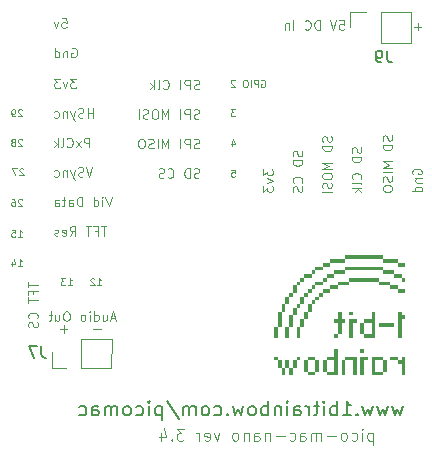
<source format=gbr>
%TF.GenerationSoftware,KiCad,Pcbnew,9.0.0*%
%TF.CreationDate,2025-06-13T13:21:56+01:00*%
%TF.ProjectId,KiCAD_uPicomac3_4,4b694341-445f-4755-9069-636f6d616333,rev?*%
%TF.SameCoordinates,Original*%
%TF.FileFunction,Legend,Bot*%
%TF.FilePolarity,Positive*%
%FSLAX46Y46*%
G04 Gerber Fmt 4.6, Leading zero omitted, Abs format (unit mm)*
G04 Created by KiCad (PCBNEW 9.0.0) date 2025-06-13 13:21:56*
%MOMM*%
%LPD*%
G01*
G04 APERTURE LIST*
%ADD10C,0.000000*%
%ADD11C,0.100000*%
%ADD12C,0.150000*%
%ADD13C,0.120000*%
G04 APERTURE END LIST*
D10*
G36*
X123256742Y-79384759D02*
G01*
X122939831Y-79384759D01*
X122939831Y-79067483D01*
X123256742Y-79067483D01*
X123256742Y-79384759D01*
G37*
G36*
X124845397Y-75574965D02*
G01*
X124528849Y-75574965D01*
X124528849Y-74940282D01*
X124845397Y-74940282D01*
X124845397Y-75574965D01*
G37*
G36*
X124208306Y-74622480D02*
G01*
X123891758Y-74622480D01*
X123891758Y-73987798D01*
X124208306Y-73987798D01*
X124208306Y-74622480D01*
G37*
G36*
X124527162Y-73988119D02*
G01*
X124209661Y-73988119D01*
X124209661Y-73670301D01*
X124527162Y-73670301D01*
X124527162Y-73988119D01*
G37*
G36*
X128336688Y-77479016D02*
G01*
X128020458Y-77479016D01*
X128020458Y-77162785D01*
X128336688Y-77162785D01*
X128336688Y-77479016D01*
G37*
G36*
X128018603Y-72400000D02*
G01*
X127384556Y-72400000D01*
X127384556Y-72083135D01*
X128018603Y-72083135D01*
X128018603Y-72400000D01*
G37*
G36*
X125478315Y-76527153D02*
G01*
X125161766Y-76527153D01*
X125161766Y-75892471D01*
X125478315Y-75892471D01*
X125478315Y-76527153D01*
G37*
G36*
X123575481Y-76527211D02*
G01*
X123254503Y-76527211D01*
X123254503Y-75257375D01*
X123575158Y-75257375D01*
X123575481Y-76527211D01*
G37*
G36*
X131831707Y-72716890D02*
G01*
X129290158Y-72716890D01*
X129290158Y-72399655D01*
X131831707Y-72399655D01*
X131831707Y-72716890D01*
G37*
G36*
X134051039Y-71446112D02*
G01*
X133416992Y-71446112D01*
X133416992Y-71129247D01*
X134051039Y-71129247D01*
X134051039Y-71446112D01*
G37*
G36*
X130557333Y-77162817D02*
G01*
X130242373Y-77162817D01*
X130242373Y-76210317D01*
X130557016Y-76210317D01*
X130557333Y-77162817D01*
G37*
G36*
X125162896Y-74940282D02*
G01*
X124845397Y-74940282D01*
X124845397Y-74622464D01*
X125162896Y-74622464D01*
X125162896Y-74940282D01*
G37*
G36*
X128338777Y-80655062D02*
G01*
X127384372Y-80655062D01*
X127384372Y-80338832D01*
X128015244Y-80338832D01*
X128015244Y-79386333D01*
X127384055Y-79386333D01*
X127384055Y-79068515D01*
X128016832Y-79068515D01*
X128018102Y-78433833D01*
X128338777Y-78433833D01*
X128338777Y-80655062D01*
G37*
G36*
X124843603Y-73670317D02*
G01*
X124527056Y-73670317D01*
X124527056Y-73035635D01*
X124843603Y-73035635D01*
X124843603Y-73670317D01*
G37*
G36*
X132146689Y-70811715D02*
G01*
X128971322Y-70811715D01*
X128971322Y-70495130D01*
X132146689Y-70495130D01*
X132146689Y-70811715D01*
G37*
G36*
X125161020Y-79384777D02*
G01*
X124844791Y-79384777D01*
X124844791Y-79068548D01*
X125161020Y-79068548D01*
X125161020Y-79384777D01*
G37*
G36*
X128971420Y-72083452D02*
G01*
X128018603Y-72083452D01*
X128018603Y-71764682D01*
X128971420Y-71764682D01*
X128971420Y-72083452D01*
G37*
G36*
X124844742Y-80019523D02*
G01*
X124528194Y-80019523D01*
X124528194Y-79384840D01*
X124844742Y-79384840D01*
X124844742Y-80019523D01*
G37*
G36*
X127384372Y-80338832D02*
G01*
X127069412Y-80338832D01*
X127069412Y-79386333D01*
X127384055Y-79386333D01*
X127384372Y-80338832D01*
G37*
G36*
X129922333Y-80653411D02*
G01*
X129608325Y-80655316D01*
X129608325Y-79386270D01*
X128970786Y-79385316D01*
X128970786Y-79068452D01*
X129922333Y-79068452D01*
X129922333Y-80653411D01*
G37*
G36*
X125794834Y-80338832D02*
G01*
X125479873Y-80338832D01*
X125479873Y-79386333D01*
X125794516Y-79386333D01*
X125794834Y-80338832D01*
G37*
G36*
X125796687Y-73987357D02*
G01*
X125479188Y-73987357D01*
X125479188Y-73669535D01*
X125796687Y-73669535D01*
X125796687Y-73987357D01*
G37*
G36*
X126115826Y-72400000D02*
G01*
X125478921Y-72400000D01*
X125478921Y-72083135D01*
X126115826Y-72083135D01*
X126115826Y-72400000D01*
G37*
G36*
X123892314Y-80654396D02*
G01*
X123575766Y-80654396D01*
X123575766Y-80019713D01*
X123892314Y-80019713D01*
X123892314Y-80654396D01*
G37*
G36*
X126115826Y-73670000D02*
G01*
X125797691Y-73670000D01*
X125797691Y-73351864D01*
X126115826Y-73351864D01*
X126115826Y-73670000D01*
G37*
G36*
X124527592Y-80654396D02*
G01*
X124211045Y-80654396D01*
X124211045Y-80019713D01*
X124527592Y-80019713D01*
X124527592Y-80654396D01*
G37*
G36*
X126431272Y-79385560D02*
G01*
X125796407Y-79385560D01*
X125796407Y-79067540D01*
X126431272Y-79067540D01*
X126431272Y-79385560D01*
G37*
G36*
X132463533Y-80338832D02*
G01*
X132148573Y-80338832D01*
X132148573Y-79386333D01*
X132463215Y-79386333D01*
X132463533Y-80338832D01*
G37*
G36*
X125479340Y-74622480D02*
G01*
X125162792Y-74622480D01*
X125162792Y-73987798D01*
X125479340Y-73987798D01*
X125479340Y-74622480D01*
G37*
G36*
X134052136Y-73669604D02*
G01*
X133416960Y-73669604D01*
X133416960Y-73352086D01*
X134052136Y-73352086D01*
X134052136Y-73669604D01*
G37*
G36*
X133732650Y-75574999D02*
G01*
X134049833Y-75574999D01*
X134049833Y-75892499D01*
X133733603Y-75892499D01*
X133733603Y-77479047D01*
X133417056Y-77479047D01*
X133417056Y-75257817D01*
X133732650Y-75257817D01*
X133732650Y-75574999D01*
G37*
G36*
X133734047Y-72400000D02*
G01*
X133100000Y-72400000D01*
X133100000Y-72083135D01*
X133734047Y-72083135D01*
X133734047Y-72400000D01*
G37*
G36*
X134050785Y-80655316D02*
G01*
X133733921Y-80655316D01*
X133733921Y-79708849D01*
X133417056Y-79708849D01*
X133417056Y-79385316D01*
X133734555Y-79386270D01*
X133734555Y-79068452D01*
X134050785Y-79068452D01*
X134050785Y-80655316D01*
G37*
G36*
X126749239Y-80338832D02*
G01*
X126434278Y-80338832D01*
X126434278Y-79386333D01*
X126748921Y-79386333D01*
X126749239Y-80338832D01*
G37*
G36*
X124210973Y-77479793D02*
G01*
X123894318Y-77479793D01*
X123894318Y-76527293D01*
X124210654Y-76527293D01*
X124210973Y-77479793D01*
G37*
G36*
X123574181Y-80019523D02*
G01*
X123257634Y-80019523D01*
X123257634Y-79384840D01*
X123574181Y-79384840D01*
X123574181Y-80019523D01*
G37*
G36*
X124527679Y-76527220D02*
G01*
X124211024Y-76527220D01*
X124211024Y-75574720D01*
X124527360Y-75574720D01*
X124527679Y-76527220D01*
G37*
G36*
X126431272Y-80654576D02*
G01*
X125796407Y-80654576D01*
X125796407Y-80336555D01*
X126431272Y-80336555D01*
X126431272Y-80654576D01*
G37*
G36*
X126432056Y-73351865D02*
G01*
X126115826Y-73351865D01*
X126115826Y-73035635D01*
X126432056Y-73035635D01*
X126432056Y-73351865D01*
G37*
G36*
X123254568Y-77479793D02*
G01*
X122937914Y-77479793D01*
X122937914Y-76527293D01*
X123254248Y-76527293D01*
X123254568Y-77479793D01*
G37*
G36*
X132148325Y-79386270D02*
G01*
X131510468Y-79386270D01*
X131510468Y-80338769D01*
X132148325Y-80338769D01*
X132148325Y-80655316D01*
X131192651Y-80655316D01*
X131192651Y-79068452D01*
X132148325Y-79068452D01*
X132148325Y-79386270D01*
G37*
G36*
X133417082Y-73351973D02*
G01*
X132781912Y-73351973D01*
X132781912Y-73034652D01*
X133417082Y-73034652D01*
X133417082Y-73351973D01*
G37*
G36*
X133097435Y-76527838D02*
G01*
X131827941Y-76527838D01*
X131827941Y-76210102D01*
X133097435Y-76210102D01*
X133097435Y-76527838D01*
G37*
G36*
X127384556Y-72717182D02*
G01*
X127067056Y-72717182D01*
X127067056Y-72400317D01*
X127384556Y-72400317D01*
X127384556Y-72717182D01*
G37*
G36*
X133416936Y-71129599D02*
G01*
X132147441Y-71129599D01*
X132147441Y-70811863D01*
X133416936Y-70811863D01*
X133416936Y-71129599D01*
G37*
G36*
X128970837Y-80653309D02*
G01*
X128655877Y-80653309D01*
X128655877Y-79386304D01*
X128970519Y-79386304D01*
X128970837Y-80653309D01*
G37*
G36*
X129289774Y-73034031D02*
G01*
X128338374Y-73034031D01*
X128338374Y-72717093D01*
X129289774Y-72717093D01*
X129289774Y-73034031D01*
G37*
G36*
X130559079Y-78749460D02*
G01*
X130242849Y-78749460D01*
X130242849Y-78433230D01*
X130559079Y-78433230D01*
X130559079Y-78749460D01*
G37*
G36*
X123890649Y-75257605D02*
G01*
X123574102Y-75257605D01*
X123574102Y-74622922D01*
X123890649Y-74622922D01*
X123890649Y-75257605D01*
G37*
G36*
X125161104Y-73035635D02*
G01*
X124843603Y-73035635D01*
X124843603Y-72717817D01*
X125161104Y-72717817D01*
X125161104Y-73035635D01*
G37*
G36*
X125161980Y-77479793D02*
G01*
X124845326Y-77479793D01*
X124845326Y-76527293D01*
X125161661Y-76527293D01*
X125161980Y-77479793D01*
G37*
G36*
X124209461Y-80019523D02*
G01*
X123892913Y-80019523D01*
X123892913Y-79384840D01*
X124209461Y-79384840D01*
X124209461Y-80019523D01*
G37*
G36*
X128653921Y-75892499D02*
G01*
X128970786Y-75892499D01*
X128970786Y-76209999D01*
X128652333Y-76209999D01*
X128652333Y-77162817D01*
X128336739Y-77162817D01*
X128336739Y-76209999D01*
X128020509Y-76209999D01*
X128020509Y-75892499D01*
X128336739Y-75892499D01*
X128336739Y-75257817D01*
X128653921Y-75257817D01*
X128653921Y-75892499D01*
G37*
G36*
X132781847Y-73034964D02*
G01*
X131830446Y-73034964D01*
X131830446Y-72718027D01*
X132781847Y-72718027D01*
X132781847Y-73034964D01*
G37*
G36*
X126432485Y-74622820D02*
G01*
X126114985Y-74622820D01*
X126114985Y-74304998D01*
X126432485Y-74304998D01*
X126432485Y-74622820D01*
G37*
G36*
X134051897Y-72718114D02*
G01*
X133734397Y-72718114D01*
X133734397Y-72401249D01*
X134051897Y-72401249D01*
X134051897Y-72718114D01*
G37*
G36*
X127067056Y-73035634D02*
G01*
X126432056Y-73035634D01*
X126432056Y-72716864D01*
X127067056Y-72716864D01*
X127067056Y-73035634D01*
G37*
G36*
X132148607Y-71764530D02*
G01*
X128971307Y-71764530D01*
X128971307Y-71444852D01*
X132148607Y-71444852D01*
X132148607Y-71764530D01*
G37*
G36*
X130876611Y-79386016D02*
G01*
X130557841Y-79386016D01*
X130557841Y-80655062D01*
X130243834Y-80655062D01*
X130242881Y-79068515D01*
X130876611Y-79068515D01*
X130876611Y-79386016D01*
G37*
G36*
X133417034Y-79385560D02*
G01*
X132782169Y-79385560D01*
X132782169Y-79067540D01*
X133417034Y-79067540D01*
X133417034Y-79385560D01*
G37*
G36*
X127701920Y-71447311D02*
G01*
X127067055Y-71447311D01*
X127067055Y-71129291D01*
X127701920Y-71129291D01*
X127701920Y-71447311D01*
G37*
G36*
X133100349Y-72083452D02*
G01*
X132147532Y-72083452D01*
X132147532Y-71764682D01*
X133100349Y-71764682D01*
X133100349Y-72083452D01*
G37*
G36*
X126749842Y-74305089D02*
G01*
X126432342Y-74305089D01*
X126432342Y-73987267D01*
X126749842Y-73987267D01*
X126749842Y-74305089D01*
G37*
G36*
X129921381Y-76209999D02*
G01*
X129602611Y-76209999D01*
X129602611Y-77479047D01*
X129288603Y-77479047D01*
X129287650Y-75892499D01*
X129921381Y-75892499D01*
X129921381Y-76209999D01*
G37*
G36*
X131511738Y-77479047D02*
G01*
X130557333Y-77479047D01*
X130557333Y-77162817D01*
X131188205Y-77162817D01*
X131188205Y-76210317D01*
X130557016Y-76210317D01*
X130557016Y-75892499D01*
X131189793Y-75892499D01*
X131191063Y-75257817D01*
X131511738Y-75257817D01*
X131511738Y-77479047D01*
G37*
G36*
X125795755Y-75892322D02*
G01*
X125479206Y-75892322D01*
X125479206Y-75257639D01*
X125795755Y-75257639D01*
X125795755Y-75892322D01*
G37*
G36*
X126432056Y-72083134D02*
G01*
X126115826Y-72083134D01*
X126115826Y-71764365D01*
X126432056Y-71764365D01*
X126432056Y-72083134D01*
G37*
G36*
X125478921Y-72718135D02*
G01*
X125161103Y-72718135D01*
X125161103Y-72400317D01*
X125478921Y-72400317D01*
X125478921Y-72718135D01*
G37*
G36*
X126115137Y-75257198D02*
G01*
X125798589Y-75257198D01*
X125798589Y-74622515D01*
X126115137Y-74622515D01*
X126115137Y-75257198D01*
G37*
G36*
X128335588Y-73350582D02*
G01*
X127701541Y-73350582D01*
X127701541Y-73033717D01*
X128335588Y-73033717D01*
X128335588Y-73350582D01*
G37*
G36*
X127067199Y-73987357D02*
G01*
X126749699Y-73987357D01*
X126749699Y-73669535D01*
X127067199Y-73669535D01*
X127067199Y-73987357D01*
G37*
G36*
X128971419Y-71129599D02*
G01*
X127701924Y-71129599D01*
X127701924Y-70811863D01*
X128971419Y-70811863D01*
X128971419Y-71129599D01*
G37*
G36*
X127066777Y-71764520D02*
G01*
X126431912Y-71764520D01*
X126431912Y-71446500D01*
X127066777Y-71446500D01*
X127066777Y-71764520D01*
G37*
G36*
X129608993Y-75573463D02*
G01*
X129292763Y-75573463D01*
X129292763Y-75257233D01*
X129608993Y-75257233D01*
X129608993Y-75573463D01*
G37*
G36*
X127701595Y-73669211D02*
G01*
X127067174Y-73669211D01*
X127067174Y-73350685D01*
X127701595Y-73350685D01*
X127701595Y-73669211D01*
G37*
D11*
X121851503Y-55651942D02*
X121908646Y-55623371D01*
X121908646Y-55623371D02*
X121994360Y-55623371D01*
X121994360Y-55623371D02*
X122080074Y-55651942D01*
X122080074Y-55651942D02*
X122137217Y-55709085D01*
X122137217Y-55709085D02*
X122165788Y-55766228D01*
X122165788Y-55766228D02*
X122194360Y-55880514D01*
X122194360Y-55880514D02*
X122194360Y-55966228D01*
X122194360Y-55966228D02*
X122165788Y-56080514D01*
X122165788Y-56080514D02*
X122137217Y-56137657D01*
X122137217Y-56137657D02*
X122080074Y-56194800D01*
X122080074Y-56194800D02*
X121994360Y-56223371D01*
X121994360Y-56223371D02*
X121937217Y-56223371D01*
X121937217Y-56223371D02*
X121851503Y-56194800D01*
X121851503Y-56194800D02*
X121822931Y-56166228D01*
X121822931Y-56166228D02*
X121822931Y-55966228D01*
X121822931Y-55966228D02*
X121937217Y-55966228D01*
X121565788Y-56223371D02*
X121565788Y-55623371D01*
X121565788Y-55623371D02*
X121337217Y-55623371D01*
X121337217Y-55623371D02*
X121280074Y-55651942D01*
X121280074Y-55651942D02*
X121251503Y-55680514D01*
X121251503Y-55680514D02*
X121222931Y-55737657D01*
X121222931Y-55737657D02*
X121222931Y-55823371D01*
X121222931Y-55823371D02*
X121251503Y-55880514D01*
X121251503Y-55880514D02*
X121280074Y-55909085D01*
X121280074Y-55909085D02*
X121337217Y-55937657D01*
X121337217Y-55937657D02*
X121565788Y-55937657D01*
X120965788Y-56223371D02*
X120965788Y-55623371D01*
X120565789Y-55623371D02*
X120451503Y-55623371D01*
X120451503Y-55623371D02*
X120394360Y-55651942D01*
X120394360Y-55651942D02*
X120337217Y-55709085D01*
X120337217Y-55709085D02*
X120308646Y-55823371D01*
X120308646Y-55823371D02*
X120308646Y-56023371D01*
X120308646Y-56023371D02*
X120337217Y-56137657D01*
X120337217Y-56137657D02*
X120394360Y-56194800D01*
X120394360Y-56194800D02*
X120451503Y-56223371D01*
X120451503Y-56223371D02*
X120565789Y-56223371D01*
X120565789Y-56223371D02*
X120622932Y-56194800D01*
X120622932Y-56194800D02*
X120680074Y-56137657D01*
X120680074Y-56137657D02*
X120708646Y-56023371D01*
X120708646Y-56023371D02*
X120708646Y-55823371D01*
X120708646Y-55823371D02*
X120680074Y-55709085D01*
X120680074Y-55709085D02*
X120622932Y-55651942D01*
X120622932Y-55651942D02*
X120565789Y-55623371D01*
X119622932Y-55680514D02*
X119594360Y-55651942D01*
X119594360Y-55651942D02*
X119537218Y-55623371D01*
X119537218Y-55623371D02*
X119394360Y-55623371D01*
X119394360Y-55623371D02*
X119337218Y-55651942D01*
X119337218Y-55651942D02*
X119308646Y-55680514D01*
X119308646Y-55680514D02*
X119280075Y-55737657D01*
X119280075Y-55737657D02*
X119280075Y-55794800D01*
X119280075Y-55794800D02*
X119308646Y-55880514D01*
X119308646Y-55880514D02*
X119651503Y-56223371D01*
X119651503Y-56223371D02*
X119280075Y-56223371D01*
X106184837Y-55532895D02*
X105689599Y-55532895D01*
X105689599Y-55532895D02*
X105956265Y-55837657D01*
X105956265Y-55837657D02*
X105841980Y-55837657D01*
X105841980Y-55837657D02*
X105765789Y-55875752D01*
X105765789Y-55875752D02*
X105727694Y-55913847D01*
X105727694Y-55913847D02*
X105689599Y-55990038D01*
X105689599Y-55990038D02*
X105689599Y-56180514D01*
X105689599Y-56180514D02*
X105727694Y-56256704D01*
X105727694Y-56256704D02*
X105765789Y-56294800D01*
X105765789Y-56294800D02*
X105841980Y-56332895D01*
X105841980Y-56332895D02*
X106070551Y-56332895D01*
X106070551Y-56332895D02*
X106146742Y-56294800D01*
X106146742Y-56294800D02*
X106184837Y-56256704D01*
X105422932Y-55799561D02*
X105232456Y-56332895D01*
X105232456Y-56332895D02*
X105041979Y-55799561D01*
X104813408Y-55532895D02*
X104318170Y-55532895D01*
X104318170Y-55532895D02*
X104584836Y-55837657D01*
X104584836Y-55837657D02*
X104470551Y-55837657D01*
X104470551Y-55837657D02*
X104394360Y-55875752D01*
X104394360Y-55875752D02*
X104356265Y-55913847D01*
X104356265Y-55913847D02*
X104318170Y-55990038D01*
X104318170Y-55990038D02*
X104318170Y-56180514D01*
X104318170Y-56180514D02*
X104356265Y-56256704D01*
X104356265Y-56256704D02*
X104394360Y-56294800D01*
X104394360Y-56294800D02*
X104470551Y-56332895D01*
X104470551Y-56332895D02*
X104699122Y-56332895D01*
X104699122Y-56332895D02*
X104775313Y-56294800D01*
X104775313Y-56294800D02*
X104813408Y-56256704D01*
X105451504Y-73023371D02*
X105794361Y-73023371D01*
X105622932Y-73023371D02*
X105622932Y-72423371D01*
X105622932Y-72423371D02*
X105680075Y-72509085D01*
X105680075Y-72509085D02*
X105737218Y-72566228D01*
X105737218Y-72566228D02*
X105794361Y-72594800D01*
X105251503Y-72423371D02*
X104880075Y-72423371D01*
X104880075Y-72423371D02*
X105080075Y-72651942D01*
X105080075Y-72651942D02*
X104994360Y-72651942D01*
X104994360Y-72651942D02*
X104937218Y-72680514D01*
X104937218Y-72680514D02*
X104908646Y-72709085D01*
X104908646Y-72709085D02*
X104880075Y-72766228D01*
X104880075Y-72766228D02*
X104880075Y-72909085D01*
X104880075Y-72909085D02*
X104908646Y-72966228D01*
X104908646Y-72966228D02*
X104937218Y-72994800D01*
X104937218Y-72994800D02*
X104994360Y-73023371D01*
X104994360Y-73023371D02*
X105165789Y-73023371D01*
X105165789Y-73023371D02*
X105222932Y-72994800D01*
X105222932Y-72994800D02*
X105251503Y-72966228D01*
X101594361Y-60680514D02*
X101565789Y-60651942D01*
X101565789Y-60651942D02*
X101508647Y-60623371D01*
X101508647Y-60623371D02*
X101365789Y-60623371D01*
X101365789Y-60623371D02*
X101308647Y-60651942D01*
X101308647Y-60651942D02*
X101280075Y-60680514D01*
X101280075Y-60680514D02*
X101251504Y-60737657D01*
X101251504Y-60737657D02*
X101251504Y-60794800D01*
X101251504Y-60794800D02*
X101280075Y-60880514D01*
X101280075Y-60880514D02*
X101622932Y-61223371D01*
X101622932Y-61223371D02*
X101251504Y-61223371D01*
X100908646Y-60880514D02*
X100965789Y-60851942D01*
X100965789Y-60851942D02*
X100994360Y-60823371D01*
X100994360Y-60823371D02*
X101022932Y-60766228D01*
X101022932Y-60766228D02*
X101022932Y-60737657D01*
X101022932Y-60737657D02*
X100994360Y-60680514D01*
X100994360Y-60680514D02*
X100965789Y-60651942D01*
X100965789Y-60651942D02*
X100908646Y-60623371D01*
X100908646Y-60623371D02*
X100794360Y-60623371D01*
X100794360Y-60623371D02*
X100737218Y-60651942D01*
X100737218Y-60651942D02*
X100708646Y-60680514D01*
X100708646Y-60680514D02*
X100680075Y-60737657D01*
X100680075Y-60737657D02*
X100680075Y-60766228D01*
X100680075Y-60766228D02*
X100708646Y-60823371D01*
X100708646Y-60823371D02*
X100737218Y-60851942D01*
X100737218Y-60851942D02*
X100794360Y-60880514D01*
X100794360Y-60880514D02*
X100908646Y-60880514D01*
X100908646Y-60880514D02*
X100965789Y-60909085D01*
X100965789Y-60909085D02*
X100994360Y-60937657D01*
X100994360Y-60937657D02*
X101022932Y-60994800D01*
X101022932Y-60994800D02*
X101022932Y-61109085D01*
X101022932Y-61109085D02*
X100994360Y-61166228D01*
X100994360Y-61166228D02*
X100965789Y-61194800D01*
X100965789Y-61194800D02*
X100908646Y-61223371D01*
X100908646Y-61223371D02*
X100794360Y-61223371D01*
X100794360Y-61223371D02*
X100737218Y-61194800D01*
X100737218Y-61194800D02*
X100708646Y-61166228D01*
X100708646Y-61166228D02*
X100680075Y-61109085D01*
X100680075Y-61109085D02*
X100680075Y-60994800D01*
X100680075Y-60994800D02*
X100708646Y-60937657D01*
X100708646Y-60937657D02*
X100737218Y-60909085D01*
X100737218Y-60909085D02*
X100794360Y-60880514D01*
X104965789Y-50432895D02*
X105346741Y-50432895D01*
X105346741Y-50432895D02*
X105384837Y-50813847D01*
X105384837Y-50813847D02*
X105346741Y-50775752D01*
X105346741Y-50775752D02*
X105270551Y-50737657D01*
X105270551Y-50737657D02*
X105080075Y-50737657D01*
X105080075Y-50737657D02*
X105003884Y-50775752D01*
X105003884Y-50775752D02*
X104965789Y-50813847D01*
X104965789Y-50813847D02*
X104927694Y-50890038D01*
X104927694Y-50890038D02*
X104927694Y-51080514D01*
X104927694Y-51080514D02*
X104965789Y-51156704D01*
X104965789Y-51156704D02*
X105003884Y-51194800D01*
X105003884Y-51194800D02*
X105080075Y-51232895D01*
X105080075Y-51232895D02*
X105270551Y-51232895D01*
X105270551Y-51232895D02*
X105346741Y-51194800D01*
X105346741Y-51194800D02*
X105384837Y-51156704D01*
X104661027Y-50699561D02*
X104470551Y-51232895D01*
X104470551Y-51232895D02*
X104280074Y-50699561D01*
X130294800Y-61348495D02*
X130332895Y-61462781D01*
X130332895Y-61462781D02*
X130332895Y-61653257D01*
X130332895Y-61653257D02*
X130294800Y-61729448D01*
X130294800Y-61729448D02*
X130256704Y-61767543D01*
X130256704Y-61767543D02*
X130180514Y-61805638D01*
X130180514Y-61805638D02*
X130104323Y-61805638D01*
X130104323Y-61805638D02*
X130028133Y-61767543D01*
X130028133Y-61767543D02*
X129990038Y-61729448D01*
X129990038Y-61729448D02*
X129951942Y-61653257D01*
X129951942Y-61653257D02*
X129913847Y-61500876D01*
X129913847Y-61500876D02*
X129875752Y-61424686D01*
X129875752Y-61424686D02*
X129837657Y-61386591D01*
X129837657Y-61386591D02*
X129761466Y-61348495D01*
X129761466Y-61348495D02*
X129685276Y-61348495D01*
X129685276Y-61348495D02*
X129609085Y-61386591D01*
X129609085Y-61386591D02*
X129570990Y-61424686D01*
X129570990Y-61424686D02*
X129532895Y-61500876D01*
X129532895Y-61500876D02*
X129532895Y-61691353D01*
X129532895Y-61691353D02*
X129570990Y-61805638D01*
X130332895Y-62148496D02*
X129532895Y-62148496D01*
X129532895Y-62148496D02*
X129532895Y-62338972D01*
X129532895Y-62338972D02*
X129570990Y-62453258D01*
X129570990Y-62453258D02*
X129647180Y-62529448D01*
X129647180Y-62529448D02*
X129723371Y-62567543D01*
X129723371Y-62567543D02*
X129875752Y-62605639D01*
X129875752Y-62605639D02*
X129990038Y-62605639D01*
X129990038Y-62605639D02*
X130142419Y-62567543D01*
X130142419Y-62567543D02*
X130218609Y-62529448D01*
X130218609Y-62529448D02*
X130294800Y-62453258D01*
X130294800Y-62453258D02*
X130332895Y-62338972D01*
X130332895Y-62338972D02*
X130332895Y-62148496D01*
X130256704Y-64015163D02*
X130294800Y-63977067D01*
X130294800Y-63977067D02*
X130332895Y-63862782D01*
X130332895Y-63862782D02*
X130332895Y-63786591D01*
X130332895Y-63786591D02*
X130294800Y-63672305D01*
X130294800Y-63672305D02*
X130218609Y-63596115D01*
X130218609Y-63596115D02*
X130142419Y-63558020D01*
X130142419Y-63558020D02*
X129990038Y-63519924D01*
X129990038Y-63519924D02*
X129875752Y-63519924D01*
X129875752Y-63519924D02*
X129723371Y-63558020D01*
X129723371Y-63558020D02*
X129647180Y-63596115D01*
X129647180Y-63596115D02*
X129570990Y-63672305D01*
X129570990Y-63672305D02*
X129532895Y-63786591D01*
X129532895Y-63786591D02*
X129532895Y-63862782D01*
X129532895Y-63862782D02*
X129570990Y-63977067D01*
X129570990Y-63977067D02*
X129609085Y-64015163D01*
X130332895Y-64472305D02*
X130294800Y-64396115D01*
X130294800Y-64396115D02*
X130218609Y-64358020D01*
X130218609Y-64358020D02*
X129532895Y-64358020D01*
X130332895Y-64777068D02*
X129532895Y-64777068D01*
X130028133Y-64853258D02*
X130332895Y-65081830D01*
X129799561Y-65081830D02*
X130104323Y-64777068D01*
D12*
X133829887Y-83245342D02*
X133601316Y-84045342D01*
X133601316Y-84045342D02*
X133372744Y-83473914D01*
X133372744Y-83473914D02*
X133144173Y-84045342D01*
X133144173Y-84045342D02*
X132915601Y-83245342D01*
X132572744Y-83245342D02*
X132344173Y-84045342D01*
X132344173Y-84045342D02*
X132115601Y-83473914D01*
X132115601Y-83473914D02*
X131887030Y-84045342D01*
X131887030Y-84045342D02*
X131658458Y-83245342D01*
X131315601Y-83245342D02*
X131087030Y-84045342D01*
X131087030Y-84045342D02*
X130858458Y-83473914D01*
X130858458Y-83473914D02*
X130629887Y-84045342D01*
X130629887Y-84045342D02*
X130401315Y-83245342D01*
X129944172Y-83931057D02*
X129887029Y-83988200D01*
X129887029Y-83988200D02*
X129944172Y-84045342D01*
X129944172Y-84045342D02*
X130001315Y-83988200D01*
X130001315Y-83988200D02*
X129944172Y-83931057D01*
X129944172Y-83931057D02*
X129944172Y-84045342D01*
X128744172Y-84045342D02*
X129429886Y-84045342D01*
X129087029Y-84045342D02*
X129087029Y-82845342D01*
X129087029Y-82845342D02*
X129201315Y-83016771D01*
X129201315Y-83016771D02*
X129315600Y-83131057D01*
X129315600Y-83131057D02*
X129429886Y-83188200D01*
X128229886Y-84045342D02*
X128229886Y-82845342D01*
X128229886Y-83302485D02*
X128115601Y-83245342D01*
X128115601Y-83245342D02*
X127887029Y-83245342D01*
X127887029Y-83245342D02*
X127772743Y-83302485D01*
X127772743Y-83302485D02*
X127715601Y-83359628D01*
X127715601Y-83359628D02*
X127658458Y-83473914D01*
X127658458Y-83473914D02*
X127658458Y-83816771D01*
X127658458Y-83816771D02*
X127715601Y-83931057D01*
X127715601Y-83931057D02*
X127772743Y-83988200D01*
X127772743Y-83988200D02*
X127887029Y-84045342D01*
X127887029Y-84045342D02*
X128115601Y-84045342D01*
X128115601Y-84045342D02*
X128229886Y-83988200D01*
X127144172Y-84045342D02*
X127144172Y-83245342D01*
X127144172Y-82845342D02*
X127201315Y-82902485D01*
X127201315Y-82902485D02*
X127144172Y-82959628D01*
X127144172Y-82959628D02*
X127087029Y-82902485D01*
X127087029Y-82902485D02*
X127144172Y-82845342D01*
X127144172Y-82845342D02*
X127144172Y-82959628D01*
X126744172Y-83245342D02*
X126287029Y-83245342D01*
X126572743Y-82845342D02*
X126572743Y-83873914D01*
X126572743Y-83873914D02*
X126515600Y-83988200D01*
X126515600Y-83988200D02*
X126401315Y-84045342D01*
X126401315Y-84045342D02*
X126287029Y-84045342D01*
X125887029Y-84045342D02*
X125887029Y-83245342D01*
X125887029Y-83473914D02*
X125829886Y-83359628D01*
X125829886Y-83359628D02*
X125772744Y-83302485D01*
X125772744Y-83302485D02*
X125658458Y-83245342D01*
X125658458Y-83245342D02*
X125544172Y-83245342D01*
X124629887Y-84045342D02*
X124629887Y-83416771D01*
X124629887Y-83416771D02*
X124687029Y-83302485D01*
X124687029Y-83302485D02*
X124801315Y-83245342D01*
X124801315Y-83245342D02*
X125029887Y-83245342D01*
X125029887Y-83245342D02*
X125144172Y-83302485D01*
X124629887Y-83988200D02*
X124744172Y-84045342D01*
X124744172Y-84045342D02*
X125029887Y-84045342D01*
X125029887Y-84045342D02*
X125144172Y-83988200D01*
X125144172Y-83988200D02*
X125201315Y-83873914D01*
X125201315Y-83873914D02*
X125201315Y-83759628D01*
X125201315Y-83759628D02*
X125144172Y-83645342D01*
X125144172Y-83645342D02*
X125029887Y-83588200D01*
X125029887Y-83588200D02*
X124744172Y-83588200D01*
X124744172Y-83588200D02*
X124629887Y-83531057D01*
X124058458Y-84045342D02*
X124058458Y-83245342D01*
X124058458Y-82845342D02*
X124115601Y-82902485D01*
X124115601Y-82902485D02*
X124058458Y-82959628D01*
X124058458Y-82959628D02*
X124001315Y-82902485D01*
X124001315Y-82902485D02*
X124058458Y-82845342D01*
X124058458Y-82845342D02*
X124058458Y-82959628D01*
X123487029Y-83245342D02*
X123487029Y-84045342D01*
X123487029Y-83359628D02*
X123429886Y-83302485D01*
X123429886Y-83302485D02*
X123315601Y-83245342D01*
X123315601Y-83245342D02*
X123144172Y-83245342D01*
X123144172Y-83245342D02*
X123029886Y-83302485D01*
X123029886Y-83302485D02*
X122972744Y-83416771D01*
X122972744Y-83416771D02*
X122972744Y-84045342D01*
X122401315Y-84045342D02*
X122401315Y-82845342D01*
X122401315Y-83302485D02*
X122287030Y-83245342D01*
X122287030Y-83245342D02*
X122058458Y-83245342D01*
X122058458Y-83245342D02*
X121944172Y-83302485D01*
X121944172Y-83302485D02*
X121887030Y-83359628D01*
X121887030Y-83359628D02*
X121829887Y-83473914D01*
X121829887Y-83473914D02*
X121829887Y-83816771D01*
X121829887Y-83816771D02*
X121887030Y-83931057D01*
X121887030Y-83931057D02*
X121944172Y-83988200D01*
X121944172Y-83988200D02*
X122058458Y-84045342D01*
X122058458Y-84045342D02*
X122287030Y-84045342D01*
X122287030Y-84045342D02*
X122401315Y-83988200D01*
X121144173Y-84045342D02*
X121258458Y-83988200D01*
X121258458Y-83988200D02*
X121315601Y-83931057D01*
X121315601Y-83931057D02*
X121372744Y-83816771D01*
X121372744Y-83816771D02*
X121372744Y-83473914D01*
X121372744Y-83473914D02*
X121315601Y-83359628D01*
X121315601Y-83359628D02*
X121258458Y-83302485D01*
X121258458Y-83302485D02*
X121144173Y-83245342D01*
X121144173Y-83245342D02*
X120972744Y-83245342D01*
X120972744Y-83245342D02*
X120858458Y-83302485D01*
X120858458Y-83302485D02*
X120801316Y-83359628D01*
X120801316Y-83359628D02*
X120744173Y-83473914D01*
X120744173Y-83473914D02*
X120744173Y-83816771D01*
X120744173Y-83816771D02*
X120801316Y-83931057D01*
X120801316Y-83931057D02*
X120858458Y-83988200D01*
X120858458Y-83988200D02*
X120972744Y-84045342D01*
X120972744Y-84045342D02*
X121144173Y-84045342D01*
X120344173Y-83245342D02*
X120115602Y-84045342D01*
X120115602Y-84045342D02*
X119887030Y-83473914D01*
X119887030Y-83473914D02*
X119658459Y-84045342D01*
X119658459Y-84045342D02*
X119429887Y-83245342D01*
X118972744Y-83931057D02*
X118915601Y-83988200D01*
X118915601Y-83988200D02*
X118972744Y-84045342D01*
X118972744Y-84045342D02*
X119029887Y-83988200D01*
X119029887Y-83988200D02*
X118972744Y-83931057D01*
X118972744Y-83931057D02*
X118972744Y-84045342D01*
X117887030Y-83988200D02*
X118001315Y-84045342D01*
X118001315Y-84045342D02*
X118229887Y-84045342D01*
X118229887Y-84045342D02*
X118344172Y-83988200D01*
X118344172Y-83988200D02*
X118401315Y-83931057D01*
X118401315Y-83931057D02*
X118458458Y-83816771D01*
X118458458Y-83816771D02*
X118458458Y-83473914D01*
X118458458Y-83473914D02*
X118401315Y-83359628D01*
X118401315Y-83359628D02*
X118344172Y-83302485D01*
X118344172Y-83302485D02*
X118229887Y-83245342D01*
X118229887Y-83245342D02*
X118001315Y-83245342D01*
X118001315Y-83245342D02*
X117887030Y-83302485D01*
X117201316Y-84045342D02*
X117315601Y-83988200D01*
X117315601Y-83988200D02*
X117372744Y-83931057D01*
X117372744Y-83931057D02*
X117429887Y-83816771D01*
X117429887Y-83816771D02*
X117429887Y-83473914D01*
X117429887Y-83473914D02*
X117372744Y-83359628D01*
X117372744Y-83359628D02*
X117315601Y-83302485D01*
X117315601Y-83302485D02*
X117201316Y-83245342D01*
X117201316Y-83245342D02*
X117029887Y-83245342D01*
X117029887Y-83245342D02*
X116915601Y-83302485D01*
X116915601Y-83302485D02*
X116858459Y-83359628D01*
X116858459Y-83359628D02*
X116801316Y-83473914D01*
X116801316Y-83473914D02*
X116801316Y-83816771D01*
X116801316Y-83816771D02*
X116858459Y-83931057D01*
X116858459Y-83931057D02*
X116915601Y-83988200D01*
X116915601Y-83988200D02*
X117029887Y-84045342D01*
X117029887Y-84045342D02*
X117201316Y-84045342D01*
X116287030Y-84045342D02*
X116287030Y-83245342D01*
X116287030Y-83359628D02*
X116229887Y-83302485D01*
X116229887Y-83302485D02*
X116115602Y-83245342D01*
X116115602Y-83245342D02*
X115944173Y-83245342D01*
X115944173Y-83245342D02*
X115829887Y-83302485D01*
X115829887Y-83302485D02*
X115772745Y-83416771D01*
X115772745Y-83416771D02*
X115772745Y-84045342D01*
X115772745Y-83416771D02*
X115715602Y-83302485D01*
X115715602Y-83302485D02*
X115601316Y-83245342D01*
X115601316Y-83245342D02*
X115429887Y-83245342D01*
X115429887Y-83245342D02*
X115315602Y-83302485D01*
X115315602Y-83302485D02*
X115258459Y-83416771D01*
X115258459Y-83416771D02*
X115258459Y-84045342D01*
X113829887Y-82788200D02*
X114858459Y-84331057D01*
X113429887Y-83245342D02*
X113429887Y-84445342D01*
X113429887Y-83302485D02*
X113315602Y-83245342D01*
X113315602Y-83245342D02*
X113087030Y-83245342D01*
X113087030Y-83245342D02*
X112972744Y-83302485D01*
X112972744Y-83302485D02*
X112915602Y-83359628D01*
X112915602Y-83359628D02*
X112858459Y-83473914D01*
X112858459Y-83473914D02*
X112858459Y-83816771D01*
X112858459Y-83816771D02*
X112915602Y-83931057D01*
X112915602Y-83931057D02*
X112972744Y-83988200D01*
X112972744Y-83988200D02*
X113087030Y-84045342D01*
X113087030Y-84045342D02*
X113315602Y-84045342D01*
X113315602Y-84045342D02*
X113429887Y-83988200D01*
X112344173Y-84045342D02*
X112344173Y-83245342D01*
X112344173Y-82845342D02*
X112401316Y-82902485D01*
X112401316Y-82902485D02*
X112344173Y-82959628D01*
X112344173Y-82959628D02*
X112287030Y-82902485D01*
X112287030Y-82902485D02*
X112344173Y-82845342D01*
X112344173Y-82845342D02*
X112344173Y-82959628D01*
X111258459Y-83988200D02*
X111372744Y-84045342D01*
X111372744Y-84045342D02*
X111601316Y-84045342D01*
X111601316Y-84045342D02*
X111715601Y-83988200D01*
X111715601Y-83988200D02*
X111772744Y-83931057D01*
X111772744Y-83931057D02*
X111829887Y-83816771D01*
X111829887Y-83816771D02*
X111829887Y-83473914D01*
X111829887Y-83473914D02*
X111772744Y-83359628D01*
X111772744Y-83359628D02*
X111715601Y-83302485D01*
X111715601Y-83302485D02*
X111601316Y-83245342D01*
X111601316Y-83245342D02*
X111372744Y-83245342D01*
X111372744Y-83245342D02*
X111258459Y-83302485D01*
X110572745Y-84045342D02*
X110687030Y-83988200D01*
X110687030Y-83988200D02*
X110744173Y-83931057D01*
X110744173Y-83931057D02*
X110801316Y-83816771D01*
X110801316Y-83816771D02*
X110801316Y-83473914D01*
X110801316Y-83473914D02*
X110744173Y-83359628D01*
X110744173Y-83359628D02*
X110687030Y-83302485D01*
X110687030Y-83302485D02*
X110572745Y-83245342D01*
X110572745Y-83245342D02*
X110401316Y-83245342D01*
X110401316Y-83245342D02*
X110287030Y-83302485D01*
X110287030Y-83302485D02*
X110229888Y-83359628D01*
X110229888Y-83359628D02*
X110172745Y-83473914D01*
X110172745Y-83473914D02*
X110172745Y-83816771D01*
X110172745Y-83816771D02*
X110229888Y-83931057D01*
X110229888Y-83931057D02*
X110287030Y-83988200D01*
X110287030Y-83988200D02*
X110401316Y-84045342D01*
X110401316Y-84045342D02*
X110572745Y-84045342D01*
X109658459Y-84045342D02*
X109658459Y-83245342D01*
X109658459Y-83359628D02*
X109601316Y-83302485D01*
X109601316Y-83302485D02*
X109487031Y-83245342D01*
X109487031Y-83245342D02*
X109315602Y-83245342D01*
X109315602Y-83245342D02*
X109201316Y-83302485D01*
X109201316Y-83302485D02*
X109144174Y-83416771D01*
X109144174Y-83416771D02*
X109144174Y-84045342D01*
X109144174Y-83416771D02*
X109087031Y-83302485D01*
X109087031Y-83302485D02*
X108972745Y-83245342D01*
X108972745Y-83245342D02*
X108801316Y-83245342D01*
X108801316Y-83245342D02*
X108687031Y-83302485D01*
X108687031Y-83302485D02*
X108629888Y-83416771D01*
X108629888Y-83416771D02*
X108629888Y-84045342D01*
X107544174Y-84045342D02*
X107544174Y-83416771D01*
X107544174Y-83416771D02*
X107601316Y-83302485D01*
X107601316Y-83302485D02*
X107715602Y-83245342D01*
X107715602Y-83245342D02*
X107944174Y-83245342D01*
X107944174Y-83245342D02*
X108058459Y-83302485D01*
X107544174Y-83988200D02*
X107658459Y-84045342D01*
X107658459Y-84045342D02*
X107944174Y-84045342D01*
X107944174Y-84045342D02*
X108058459Y-83988200D01*
X108058459Y-83988200D02*
X108115602Y-83873914D01*
X108115602Y-83873914D02*
X108115602Y-83759628D01*
X108115602Y-83759628D02*
X108058459Y-83645342D01*
X108058459Y-83645342D02*
X107944174Y-83588200D01*
X107944174Y-83588200D02*
X107658459Y-83588200D01*
X107658459Y-83588200D02*
X107544174Y-83531057D01*
X106458460Y-83988200D02*
X106572745Y-84045342D01*
X106572745Y-84045342D02*
X106801317Y-84045342D01*
X106801317Y-84045342D02*
X106915602Y-83988200D01*
X106915602Y-83988200D02*
X106972745Y-83931057D01*
X106972745Y-83931057D02*
X107029888Y-83816771D01*
X107029888Y-83816771D02*
X107029888Y-83473914D01*
X107029888Y-83473914D02*
X106972745Y-83359628D01*
X106972745Y-83359628D02*
X106915602Y-83302485D01*
X106915602Y-83302485D02*
X106801317Y-83245342D01*
X106801317Y-83245342D02*
X106572745Y-83245342D01*
X106572745Y-83245342D02*
X106458460Y-83302485D01*
D11*
X116581830Y-58894800D02*
X116467544Y-58932895D01*
X116467544Y-58932895D02*
X116277068Y-58932895D01*
X116277068Y-58932895D02*
X116200877Y-58894800D01*
X116200877Y-58894800D02*
X116162782Y-58856704D01*
X116162782Y-58856704D02*
X116124687Y-58780514D01*
X116124687Y-58780514D02*
X116124687Y-58704323D01*
X116124687Y-58704323D02*
X116162782Y-58628133D01*
X116162782Y-58628133D02*
X116200877Y-58590038D01*
X116200877Y-58590038D02*
X116277068Y-58551942D01*
X116277068Y-58551942D02*
X116429449Y-58513847D01*
X116429449Y-58513847D02*
X116505639Y-58475752D01*
X116505639Y-58475752D02*
X116543734Y-58437657D01*
X116543734Y-58437657D02*
X116581830Y-58361466D01*
X116581830Y-58361466D02*
X116581830Y-58285276D01*
X116581830Y-58285276D02*
X116543734Y-58209085D01*
X116543734Y-58209085D02*
X116505639Y-58170990D01*
X116505639Y-58170990D02*
X116429449Y-58132895D01*
X116429449Y-58132895D02*
X116238972Y-58132895D01*
X116238972Y-58132895D02*
X116124687Y-58170990D01*
X115781829Y-58932895D02*
X115781829Y-58132895D01*
X115781829Y-58132895D02*
X115477067Y-58132895D01*
X115477067Y-58132895D02*
X115400877Y-58170990D01*
X115400877Y-58170990D02*
X115362782Y-58209085D01*
X115362782Y-58209085D02*
X115324686Y-58285276D01*
X115324686Y-58285276D02*
X115324686Y-58399561D01*
X115324686Y-58399561D02*
X115362782Y-58475752D01*
X115362782Y-58475752D02*
X115400877Y-58513847D01*
X115400877Y-58513847D02*
X115477067Y-58551942D01*
X115477067Y-58551942D02*
X115781829Y-58551942D01*
X114981829Y-58932895D02*
X114981829Y-58132895D01*
X113991353Y-58932895D02*
X113991353Y-58132895D01*
X113991353Y-58132895D02*
X113724687Y-58704323D01*
X113724687Y-58704323D02*
X113458020Y-58132895D01*
X113458020Y-58132895D02*
X113458020Y-58932895D01*
X112924686Y-58132895D02*
X112772305Y-58132895D01*
X112772305Y-58132895D02*
X112696115Y-58170990D01*
X112696115Y-58170990D02*
X112619924Y-58247180D01*
X112619924Y-58247180D02*
X112581829Y-58399561D01*
X112581829Y-58399561D02*
X112581829Y-58666228D01*
X112581829Y-58666228D02*
X112619924Y-58818609D01*
X112619924Y-58818609D02*
X112696115Y-58894800D01*
X112696115Y-58894800D02*
X112772305Y-58932895D01*
X112772305Y-58932895D02*
X112924686Y-58932895D01*
X112924686Y-58932895D02*
X113000877Y-58894800D01*
X113000877Y-58894800D02*
X113077067Y-58818609D01*
X113077067Y-58818609D02*
X113115163Y-58666228D01*
X113115163Y-58666228D02*
X113115163Y-58399561D01*
X113115163Y-58399561D02*
X113077067Y-58247180D01*
X113077067Y-58247180D02*
X113000877Y-58170990D01*
X113000877Y-58170990D02*
X112924686Y-58132895D01*
X112277068Y-58894800D02*
X112162782Y-58932895D01*
X112162782Y-58932895D02*
X111972306Y-58932895D01*
X111972306Y-58932895D02*
X111896115Y-58894800D01*
X111896115Y-58894800D02*
X111858020Y-58856704D01*
X111858020Y-58856704D02*
X111819925Y-58780514D01*
X111819925Y-58780514D02*
X111819925Y-58704323D01*
X111819925Y-58704323D02*
X111858020Y-58628133D01*
X111858020Y-58628133D02*
X111896115Y-58590038D01*
X111896115Y-58590038D02*
X111972306Y-58551942D01*
X111972306Y-58551942D02*
X112124687Y-58513847D01*
X112124687Y-58513847D02*
X112200877Y-58475752D01*
X112200877Y-58475752D02*
X112238972Y-58437657D01*
X112238972Y-58437657D02*
X112277068Y-58361466D01*
X112277068Y-58361466D02*
X112277068Y-58285276D01*
X112277068Y-58285276D02*
X112238972Y-58209085D01*
X112238972Y-58209085D02*
X112200877Y-58170990D01*
X112200877Y-58170990D02*
X112124687Y-58132895D01*
X112124687Y-58132895D02*
X111934210Y-58132895D01*
X111934210Y-58132895D02*
X111819925Y-58170990D01*
X111477067Y-58932895D02*
X111477067Y-58132895D01*
X119308646Y-63223371D02*
X119594360Y-63223371D01*
X119594360Y-63223371D02*
X119622932Y-63509085D01*
X119622932Y-63509085D02*
X119594360Y-63480514D01*
X119594360Y-63480514D02*
X119537218Y-63451942D01*
X119537218Y-63451942D02*
X119394360Y-63451942D01*
X119394360Y-63451942D02*
X119337218Y-63480514D01*
X119337218Y-63480514D02*
X119308646Y-63509085D01*
X119308646Y-63509085D02*
X119280075Y-63566228D01*
X119280075Y-63566228D02*
X119280075Y-63709085D01*
X119280075Y-63709085D02*
X119308646Y-63766228D01*
X119308646Y-63766228D02*
X119337218Y-63794800D01*
X119337218Y-63794800D02*
X119394360Y-63823371D01*
X119394360Y-63823371D02*
X119537218Y-63823371D01*
X119537218Y-63823371D02*
X119594360Y-63794800D01*
X119594360Y-63794800D02*
X119622932Y-63766228D01*
X109481830Y-75804323D02*
X109100877Y-75804323D01*
X109558020Y-76032895D02*
X109291353Y-75232895D01*
X109291353Y-75232895D02*
X109024687Y-76032895D01*
X108415163Y-75499561D02*
X108415163Y-76032895D01*
X108758020Y-75499561D02*
X108758020Y-75918609D01*
X108758020Y-75918609D02*
X108719925Y-75994800D01*
X108719925Y-75994800D02*
X108643735Y-76032895D01*
X108643735Y-76032895D02*
X108529449Y-76032895D01*
X108529449Y-76032895D02*
X108453258Y-75994800D01*
X108453258Y-75994800D02*
X108415163Y-75956704D01*
X107691353Y-76032895D02*
X107691353Y-75232895D01*
X107691353Y-75994800D02*
X107767544Y-76032895D01*
X107767544Y-76032895D02*
X107919925Y-76032895D01*
X107919925Y-76032895D02*
X107996115Y-75994800D01*
X107996115Y-75994800D02*
X108034210Y-75956704D01*
X108034210Y-75956704D02*
X108072306Y-75880514D01*
X108072306Y-75880514D02*
X108072306Y-75651942D01*
X108072306Y-75651942D02*
X108034210Y-75575752D01*
X108034210Y-75575752D02*
X107996115Y-75537657D01*
X107996115Y-75537657D02*
X107919925Y-75499561D01*
X107919925Y-75499561D02*
X107767544Y-75499561D01*
X107767544Y-75499561D02*
X107691353Y-75537657D01*
X107310400Y-76032895D02*
X107310400Y-75499561D01*
X107310400Y-75232895D02*
X107348496Y-75270990D01*
X107348496Y-75270990D02*
X107310400Y-75309085D01*
X107310400Y-75309085D02*
X107272305Y-75270990D01*
X107272305Y-75270990D02*
X107310400Y-75232895D01*
X107310400Y-75232895D02*
X107310400Y-75309085D01*
X106815163Y-76032895D02*
X106891353Y-75994800D01*
X106891353Y-75994800D02*
X106929448Y-75956704D01*
X106929448Y-75956704D02*
X106967544Y-75880514D01*
X106967544Y-75880514D02*
X106967544Y-75651942D01*
X106967544Y-75651942D02*
X106929448Y-75575752D01*
X106929448Y-75575752D02*
X106891353Y-75537657D01*
X106891353Y-75537657D02*
X106815163Y-75499561D01*
X106815163Y-75499561D02*
X106700877Y-75499561D01*
X106700877Y-75499561D02*
X106624686Y-75537657D01*
X106624686Y-75537657D02*
X106586591Y-75575752D01*
X106586591Y-75575752D02*
X106548496Y-75651942D01*
X106548496Y-75651942D02*
X106548496Y-75880514D01*
X106548496Y-75880514D02*
X106586591Y-75956704D01*
X106586591Y-75956704D02*
X106624686Y-75994800D01*
X106624686Y-75994800D02*
X106700877Y-76032895D01*
X106700877Y-76032895D02*
X106815163Y-76032895D01*
X105443733Y-75232895D02*
X105291352Y-75232895D01*
X105291352Y-75232895D02*
X105215162Y-75270990D01*
X105215162Y-75270990D02*
X105138971Y-75347180D01*
X105138971Y-75347180D02*
X105100876Y-75499561D01*
X105100876Y-75499561D02*
X105100876Y-75766228D01*
X105100876Y-75766228D02*
X105138971Y-75918609D01*
X105138971Y-75918609D02*
X105215162Y-75994800D01*
X105215162Y-75994800D02*
X105291352Y-76032895D01*
X105291352Y-76032895D02*
X105443733Y-76032895D01*
X105443733Y-76032895D02*
X105519924Y-75994800D01*
X105519924Y-75994800D02*
X105596114Y-75918609D01*
X105596114Y-75918609D02*
X105634210Y-75766228D01*
X105634210Y-75766228D02*
X105634210Y-75499561D01*
X105634210Y-75499561D02*
X105596114Y-75347180D01*
X105596114Y-75347180D02*
X105519924Y-75270990D01*
X105519924Y-75270990D02*
X105443733Y-75232895D01*
X104415162Y-75499561D02*
X104415162Y-76032895D01*
X104758019Y-75499561D02*
X104758019Y-75918609D01*
X104758019Y-75918609D02*
X104719924Y-75994800D01*
X104719924Y-75994800D02*
X104643734Y-76032895D01*
X104643734Y-76032895D02*
X104529448Y-76032895D01*
X104529448Y-76032895D02*
X104453257Y-75994800D01*
X104453257Y-75994800D02*
X104415162Y-75956704D01*
X104148495Y-75499561D02*
X103843733Y-75499561D01*
X104034209Y-75232895D02*
X104034209Y-75918609D01*
X104034209Y-75918609D02*
X103996114Y-75994800D01*
X103996114Y-75994800D02*
X103919924Y-76032895D01*
X103919924Y-76032895D02*
X103843733Y-76032895D01*
X109194361Y-65532895D02*
X108927694Y-66332895D01*
X108927694Y-66332895D02*
X108661028Y-65532895D01*
X108394361Y-66332895D02*
X108394361Y-65799561D01*
X108394361Y-65532895D02*
X108432457Y-65570990D01*
X108432457Y-65570990D02*
X108394361Y-65609085D01*
X108394361Y-65609085D02*
X108356266Y-65570990D01*
X108356266Y-65570990D02*
X108394361Y-65532895D01*
X108394361Y-65532895D02*
X108394361Y-65609085D01*
X107670552Y-66332895D02*
X107670552Y-65532895D01*
X107670552Y-66294800D02*
X107746743Y-66332895D01*
X107746743Y-66332895D02*
X107899124Y-66332895D01*
X107899124Y-66332895D02*
X107975314Y-66294800D01*
X107975314Y-66294800D02*
X108013409Y-66256704D01*
X108013409Y-66256704D02*
X108051505Y-66180514D01*
X108051505Y-66180514D02*
X108051505Y-65951942D01*
X108051505Y-65951942D02*
X108013409Y-65875752D01*
X108013409Y-65875752D02*
X107975314Y-65837657D01*
X107975314Y-65837657D02*
X107899124Y-65799561D01*
X107899124Y-65799561D02*
X107746743Y-65799561D01*
X107746743Y-65799561D02*
X107670552Y-65837657D01*
X106680075Y-66332895D02*
X106680075Y-65532895D01*
X106680075Y-65532895D02*
X106489599Y-65532895D01*
X106489599Y-65532895D02*
X106375313Y-65570990D01*
X106375313Y-65570990D02*
X106299123Y-65647180D01*
X106299123Y-65647180D02*
X106261028Y-65723371D01*
X106261028Y-65723371D02*
X106222932Y-65875752D01*
X106222932Y-65875752D02*
X106222932Y-65990038D01*
X106222932Y-65990038D02*
X106261028Y-66142419D01*
X106261028Y-66142419D02*
X106299123Y-66218609D01*
X106299123Y-66218609D02*
X106375313Y-66294800D01*
X106375313Y-66294800D02*
X106489599Y-66332895D01*
X106489599Y-66332895D02*
X106680075Y-66332895D01*
X105537218Y-66332895D02*
X105537218Y-65913847D01*
X105537218Y-65913847D02*
X105575313Y-65837657D01*
X105575313Y-65837657D02*
X105651504Y-65799561D01*
X105651504Y-65799561D02*
X105803885Y-65799561D01*
X105803885Y-65799561D02*
X105880075Y-65837657D01*
X105537218Y-66294800D02*
X105613409Y-66332895D01*
X105613409Y-66332895D02*
X105803885Y-66332895D01*
X105803885Y-66332895D02*
X105880075Y-66294800D01*
X105880075Y-66294800D02*
X105918171Y-66218609D01*
X105918171Y-66218609D02*
X105918171Y-66142419D01*
X105918171Y-66142419D02*
X105880075Y-66066228D01*
X105880075Y-66066228D02*
X105803885Y-66028133D01*
X105803885Y-66028133D02*
X105613409Y-66028133D01*
X105613409Y-66028133D02*
X105537218Y-65990038D01*
X105270551Y-65799561D02*
X104965789Y-65799561D01*
X105156265Y-65532895D02*
X105156265Y-66218609D01*
X105156265Y-66218609D02*
X105118170Y-66294800D01*
X105118170Y-66294800D02*
X105041980Y-66332895D01*
X105041980Y-66332895D02*
X104965789Y-66332895D01*
X104356265Y-66332895D02*
X104356265Y-65913847D01*
X104356265Y-65913847D02*
X104394360Y-65837657D01*
X104394360Y-65837657D02*
X104470551Y-65799561D01*
X104470551Y-65799561D02*
X104622932Y-65799561D01*
X104622932Y-65799561D02*
X104699122Y-65837657D01*
X104356265Y-66294800D02*
X104432456Y-66332895D01*
X104432456Y-66332895D02*
X104622932Y-66332895D01*
X104622932Y-66332895D02*
X104699122Y-66294800D01*
X104699122Y-66294800D02*
X104737218Y-66218609D01*
X104737218Y-66218609D02*
X104737218Y-66142419D01*
X104737218Y-66142419D02*
X104699122Y-66066228D01*
X104699122Y-66066228D02*
X104622932Y-66028133D01*
X104622932Y-66028133D02*
X104432456Y-66028133D01*
X104432456Y-66028133D02*
X104356265Y-65990038D01*
X135404761Y-51128133D02*
X134795238Y-51128133D01*
X135099999Y-51432895D02*
X135099999Y-50823371D01*
X116581830Y-61394800D02*
X116467544Y-61432895D01*
X116467544Y-61432895D02*
X116277068Y-61432895D01*
X116277068Y-61432895D02*
X116200877Y-61394800D01*
X116200877Y-61394800D02*
X116162782Y-61356704D01*
X116162782Y-61356704D02*
X116124687Y-61280514D01*
X116124687Y-61280514D02*
X116124687Y-61204323D01*
X116124687Y-61204323D02*
X116162782Y-61128133D01*
X116162782Y-61128133D02*
X116200877Y-61090038D01*
X116200877Y-61090038D02*
X116277068Y-61051942D01*
X116277068Y-61051942D02*
X116429449Y-61013847D01*
X116429449Y-61013847D02*
X116505639Y-60975752D01*
X116505639Y-60975752D02*
X116543734Y-60937657D01*
X116543734Y-60937657D02*
X116581830Y-60861466D01*
X116581830Y-60861466D02*
X116581830Y-60785276D01*
X116581830Y-60785276D02*
X116543734Y-60709085D01*
X116543734Y-60709085D02*
X116505639Y-60670990D01*
X116505639Y-60670990D02*
X116429449Y-60632895D01*
X116429449Y-60632895D02*
X116238972Y-60632895D01*
X116238972Y-60632895D02*
X116124687Y-60670990D01*
X115781829Y-61432895D02*
X115781829Y-60632895D01*
X115781829Y-60632895D02*
X115477067Y-60632895D01*
X115477067Y-60632895D02*
X115400877Y-60670990D01*
X115400877Y-60670990D02*
X115362782Y-60709085D01*
X115362782Y-60709085D02*
X115324686Y-60785276D01*
X115324686Y-60785276D02*
X115324686Y-60899561D01*
X115324686Y-60899561D02*
X115362782Y-60975752D01*
X115362782Y-60975752D02*
X115400877Y-61013847D01*
X115400877Y-61013847D02*
X115477067Y-61051942D01*
X115477067Y-61051942D02*
X115781829Y-61051942D01*
X114981829Y-61432895D02*
X114981829Y-60632895D01*
X113991353Y-61432895D02*
X113991353Y-60632895D01*
X113991353Y-60632895D02*
X113724687Y-61204323D01*
X113724687Y-61204323D02*
X113458020Y-60632895D01*
X113458020Y-60632895D02*
X113458020Y-61432895D01*
X113077067Y-61432895D02*
X113077067Y-60632895D01*
X112734211Y-61394800D02*
X112619925Y-61432895D01*
X112619925Y-61432895D02*
X112429449Y-61432895D01*
X112429449Y-61432895D02*
X112353258Y-61394800D01*
X112353258Y-61394800D02*
X112315163Y-61356704D01*
X112315163Y-61356704D02*
X112277068Y-61280514D01*
X112277068Y-61280514D02*
X112277068Y-61204323D01*
X112277068Y-61204323D02*
X112315163Y-61128133D01*
X112315163Y-61128133D02*
X112353258Y-61090038D01*
X112353258Y-61090038D02*
X112429449Y-61051942D01*
X112429449Y-61051942D02*
X112581830Y-61013847D01*
X112581830Y-61013847D02*
X112658020Y-60975752D01*
X112658020Y-60975752D02*
X112696115Y-60937657D01*
X112696115Y-60937657D02*
X112734211Y-60861466D01*
X112734211Y-60861466D02*
X112734211Y-60785276D01*
X112734211Y-60785276D02*
X112696115Y-60709085D01*
X112696115Y-60709085D02*
X112658020Y-60670990D01*
X112658020Y-60670990D02*
X112581830Y-60632895D01*
X112581830Y-60632895D02*
X112391353Y-60632895D01*
X112391353Y-60632895D02*
X112277068Y-60670990D01*
X111781829Y-60632895D02*
X111629448Y-60632895D01*
X111629448Y-60632895D02*
X111553258Y-60670990D01*
X111553258Y-60670990D02*
X111477067Y-60747180D01*
X111477067Y-60747180D02*
X111438972Y-60899561D01*
X111438972Y-60899561D02*
X111438972Y-61166228D01*
X111438972Y-61166228D02*
X111477067Y-61318609D01*
X111477067Y-61318609D02*
X111553258Y-61394800D01*
X111553258Y-61394800D02*
X111629448Y-61432895D01*
X111629448Y-61432895D02*
X111781829Y-61432895D01*
X111781829Y-61432895D02*
X111858020Y-61394800D01*
X111858020Y-61394800D02*
X111934210Y-61318609D01*
X111934210Y-61318609D02*
X111972306Y-61166228D01*
X111972306Y-61166228D02*
X111972306Y-60899561D01*
X111972306Y-60899561D02*
X111934210Y-60747180D01*
X111934210Y-60747180D02*
X111858020Y-60670990D01*
X111858020Y-60670990D02*
X111781829Y-60632895D01*
X108243734Y-76728133D02*
X107634211Y-76728133D01*
X105424686Y-76728133D02*
X104815163Y-76728133D01*
X105119924Y-77032895D02*
X105119924Y-76423371D01*
X107951504Y-73023371D02*
X108294361Y-73023371D01*
X108122932Y-73023371D02*
X108122932Y-72423371D01*
X108122932Y-72423371D02*
X108180075Y-72509085D01*
X108180075Y-72509085D02*
X108237218Y-72566228D01*
X108237218Y-72566228D02*
X108294361Y-72594800D01*
X107722932Y-72480514D02*
X107694360Y-72451942D01*
X107694360Y-72451942D02*
X107637218Y-72423371D01*
X107637218Y-72423371D02*
X107494360Y-72423371D01*
X107494360Y-72423371D02*
X107437218Y-72451942D01*
X107437218Y-72451942D02*
X107408646Y-72480514D01*
X107408646Y-72480514D02*
X107380075Y-72537657D01*
X107380075Y-72537657D02*
X107380075Y-72594800D01*
X107380075Y-72594800D02*
X107408646Y-72680514D01*
X107408646Y-72680514D02*
X107751503Y-73023371D01*
X107751503Y-73023371D02*
X107380075Y-73023371D01*
X116581830Y-56394800D02*
X116467544Y-56432895D01*
X116467544Y-56432895D02*
X116277068Y-56432895D01*
X116277068Y-56432895D02*
X116200877Y-56394800D01*
X116200877Y-56394800D02*
X116162782Y-56356704D01*
X116162782Y-56356704D02*
X116124687Y-56280514D01*
X116124687Y-56280514D02*
X116124687Y-56204323D01*
X116124687Y-56204323D02*
X116162782Y-56128133D01*
X116162782Y-56128133D02*
X116200877Y-56090038D01*
X116200877Y-56090038D02*
X116277068Y-56051942D01*
X116277068Y-56051942D02*
X116429449Y-56013847D01*
X116429449Y-56013847D02*
X116505639Y-55975752D01*
X116505639Y-55975752D02*
X116543734Y-55937657D01*
X116543734Y-55937657D02*
X116581830Y-55861466D01*
X116581830Y-55861466D02*
X116581830Y-55785276D01*
X116581830Y-55785276D02*
X116543734Y-55709085D01*
X116543734Y-55709085D02*
X116505639Y-55670990D01*
X116505639Y-55670990D02*
X116429449Y-55632895D01*
X116429449Y-55632895D02*
X116238972Y-55632895D01*
X116238972Y-55632895D02*
X116124687Y-55670990D01*
X115781829Y-56432895D02*
X115781829Y-55632895D01*
X115781829Y-55632895D02*
X115477067Y-55632895D01*
X115477067Y-55632895D02*
X115400877Y-55670990D01*
X115400877Y-55670990D02*
X115362782Y-55709085D01*
X115362782Y-55709085D02*
X115324686Y-55785276D01*
X115324686Y-55785276D02*
X115324686Y-55899561D01*
X115324686Y-55899561D02*
X115362782Y-55975752D01*
X115362782Y-55975752D02*
X115400877Y-56013847D01*
X115400877Y-56013847D02*
X115477067Y-56051942D01*
X115477067Y-56051942D02*
X115781829Y-56051942D01*
X114981829Y-56432895D02*
X114981829Y-55632895D01*
X113534210Y-56356704D02*
X113572306Y-56394800D01*
X113572306Y-56394800D02*
X113686591Y-56432895D01*
X113686591Y-56432895D02*
X113762782Y-56432895D01*
X113762782Y-56432895D02*
X113877068Y-56394800D01*
X113877068Y-56394800D02*
X113953258Y-56318609D01*
X113953258Y-56318609D02*
X113991353Y-56242419D01*
X113991353Y-56242419D02*
X114029449Y-56090038D01*
X114029449Y-56090038D02*
X114029449Y-55975752D01*
X114029449Y-55975752D02*
X113991353Y-55823371D01*
X113991353Y-55823371D02*
X113953258Y-55747180D01*
X113953258Y-55747180D02*
X113877068Y-55670990D01*
X113877068Y-55670990D02*
X113762782Y-55632895D01*
X113762782Y-55632895D02*
X113686591Y-55632895D01*
X113686591Y-55632895D02*
X113572306Y-55670990D01*
X113572306Y-55670990D02*
X113534210Y-55709085D01*
X113077068Y-56432895D02*
X113153258Y-56394800D01*
X113153258Y-56394800D02*
X113191353Y-56318609D01*
X113191353Y-56318609D02*
X113191353Y-55632895D01*
X112772305Y-56432895D02*
X112772305Y-55632895D01*
X112696115Y-56128133D02*
X112467543Y-56432895D01*
X112467543Y-55899561D02*
X112772305Y-56204323D01*
X119651503Y-58123371D02*
X119280075Y-58123371D01*
X119280075Y-58123371D02*
X119480075Y-58351942D01*
X119480075Y-58351942D02*
X119394360Y-58351942D01*
X119394360Y-58351942D02*
X119337218Y-58380514D01*
X119337218Y-58380514D02*
X119308646Y-58409085D01*
X119308646Y-58409085D02*
X119280075Y-58466228D01*
X119280075Y-58466228D02*
X119280075Y-58609085D01*
X119280075Y-58609085D02*
X119308646Y-58666228D01*
X119308646Y-58666228D02*
X119337218Y-58694800D01*
X119337218Y-58694800D02*
X119394360Y-58723371D01*
X119394360Y-58723371D02*
X119565789Y-58723371D01*
X119565789Y-58723371D02*
X119622932Y-58694800D01*
X119622932Y-58694800D02*
X119651503Y-58666228D01*
X101251504Y-71423371D02*
X101594361Y-71423371D01*
X101422932Y-71423371D02*
X101422932Y-70823371D01*
X101422932Y-70823371D02*
X101480075Y-70909085D01*
X101480075Y-70909085D02*
X101537218Y-70966228D01*
X101537218Y-70966228D02*
X101594361Y-70994800D01*
X100737218Y-71023371D02*
X100737218Y-71423371D01*
X100880075Y-70794800D02*
X101022932Y-71223371D01*
X101022932Y-71223371D02*
X100651503Y-71223371D01*
X107289598Y-61332895D02*
X107289598Y-60532895D01*
X107289598Y-60532895D02*
X106984836Y-60532895D01*
X106984836Y-60532895D02*
X106908646Y-60570990D01*
X106908646Y-60570990D02*
X106870551Y-60609085D01*
X106870551Y-60609085D02*
X106832455Y-60685276D01*
X106832455Y-60685276D02*
X106832455Y-60799561D01*
X106832455Y-60799561D02*
X106870551Y-60875752D01*
X106870551Y-60875752D02*
X106908646Y-60913847D01*
X106908646Y-60913847D02*
X106984836Y-60951942D01*
X106984836Y-60951942D02*
X107289598Y-60951942D01*
X106565789Y-61332895D02*
X106146741Y-60799561D01*
X106565789Y-60799561D02*
X106146741Y-61332895D01*
X105384836Y-61256704D02*
X105422932Y-61294800D01*
X105422932Y-61294800D02*
X105537217Y-61332895D01*
X105537217Y-61332895D02*
X105613408Y-61332895D01*
X105613408Y-61332895D02*
X105727694Y-61294800D01*
X105727694Y-61294800D02*
X105803884Y-61218609D01*
X105803884Y-61218609D02*
X105841979Y-61142419D01*
X105841979Y-61142419D02*
X105880075Y-60990038D01*
X105880075Y-60990038D02*
X105880075Y-60875752D01*
X105880075Y-60875752D02*
X105841979Y-60723371D01*
X105841979Y-60723371D02*
X105803884Y-60647180D01*
X105803884Y-60647180D02*
X105727694Y-60570990D01*
X105727694Y-60570990D02*
X105613408Y-60532895D01*
X105613408Y-60532895D02*
X105537217Y-60532895D01*
X105537217Y-60532895D02*
X105422932Y-60570990D01*
X105422932Y-60570990D02*
X105384836Y-60609085D01*
X104927694Y-61332895D02*
X105003884Y-61294800D01*
X105003884Y-61294800D02*
X105041979Y-61218609D01*
X105041979Y-61218609D02*
X105041979Y-60532895D01*
X104622931Y-61332895D02*
X104622931Y-60532895D01*
X104546741Y-61028133D02*
X104318169Y-61332895D01*
X104318169Y-60799561D02*
X104622931Y-61104323D01*
X134670990Y-63596114D02*
X134632895Y-63519924D01*
X134632895Y-63519924D02*
X134632895Y-63405638D01*
X134632895Y-63405638D02*
X134670990Y-63291352D01*
X134670990Y-63291352D02*
X134747180Y-63215162D01*
X134747180Y-63215162D02*
X134823371Y-63177067D01*
X134823371Y-63177067D02*
X134975752Y-63138971D01*
X134975752Y-63138971D02*
X135090038Y-63138971D01*
X135090038Y-63138971D02*
X135242419Y-63177067D01*
X135242419Y-63177067D02*
X135318609Y-63215162D01*
X135318609Y-63215162D02*
X135394800Y-63291352D01*
X135394800Y-63291352D02*
X135432895Y-63405638D01*
X135432895Y-63405638D02*
X135432895Y-63481829D01*
X135432895Y-63481829D02*
X135394800Y-63596114D01*
X135394800Y-63596114D02*
X135356704Y-63634210D01*
X135356704Y-63634210D02*
X135090038Y-63634210D01*
X135090038Y-63634210D02*
X135090038Y-63481829D01*
X134899561Y-63977067D02*
X135432895Y-63977067D01*
X134975752Y-63977067D02*
X134937657Y-64015162D01*
X134937657Y-64015162D02*
X134899561Y-64091352D01*
X134899561Y-64091352D02*
X134899561Y-64205638D01*
X134899561Y-64205638D02*
X134937657Y-64281829D01*
X134937657Y-64281829D02*
X135013847Y-64319924D01*
X135013847Y-64319924D02*
X135432895Y-64319924D01*
X135432895Y-65043734D02*
X134632895Y-65043734D01*
X135394800Y-65043734D02*
X135432895Y-64967543D01*
X135432895Y-64967543D02*
X135432895Y-64815162D01*
X135432895Y-64815162D02*
X135394800Y-64738972D01*
X135394800Y-64738972D02*
X135356704Y-64700877D01*
X135356704Y-64700877D02*
X135280514Y-64662781D01*
X135280514Y-64662781D02*
X135051942Y-64662781D01*
X135051942Y-64662781D02*
X134975752Y-64700877D01*
X134975752Y-64700877D02*
X134937657Y-64738972D01*
X134937657Y-64738972D02*
X134899561Y-64815162D01*
X134899561Y-64815162D02*
X134899561Y-64967543D01*
X134899561Y-64967543D02*
X134937657Y-65043734D01*
X119337218Y-60823371D02*
X119337218Y-61223371D01*
X119480075Y-60594800D02*
X119622932Y-61023371D01*
X119622932Y-61023371D02*
X119251503Y-61023371D01*
X101594361Y-58180514D02*
X101565789Y-58151942D01*
X101565789Y-58151942D02*
X101508647Y-58123371D01*
X101508647Y-58123371D02*
X101365789Y-58123371D01*
X101365789Y-58123371D02*
X101308647Y-58151942D01*
X101308647Y-58151942D02*
X101280075Y-58180514D01*
X101280075Y-58180514D02*
X101251504Y-58237657D01*
X101251504Y-58237657D02*
X101251504Y-58294800D01*
X101251504Y-58294800D02*
X101280075Y-58380514D01*
X101280075Y-58380514D02*
X101622932Y-58723371D01*
X101622932Y-58723371D02*
X101251504Y-58723371D01*
X100965789Y-58723371D02*
X100851503Y-58723371D01*
X100851503Y-58723371D02*
X100794360Y-58694800D01*
X100794360Y-58694800D02*
X100765789Y-58666228D01*
X100765789Y-58666228D02*
X100708646Y-58580514D01*
X100708646Y-58580514D02*
X100680075Y-58466228D01*
X100680075Y-58466228D02*
X100680075Y-58237657D01*
X100680075Y-58237657D02*
X100708646Y-58180514D01*
X100708646Y-58180514D02*
X100737218Y-58151942D01*
X100737218Y-58151942D02*
X100794360Y-58123371D01*
X100794360Y-58123371D02*
X100908646Y-58123371D01*
X100908646Y-58123371D02*
X100965789Y-58151942D01*
X100965789Y-58151942D02*
X100994360Y-58180514D01*
X100994360Y-58180514D02*
X101022932Y-58237657D01*
X101022932Y-58237657D02*
X101022932Y-58380514D01*
X101022932Y-58380514D02*
X100994360Y-58437657D01*
X100994360Y-58437657D02*
X100965789Y-58466228D01*
X100965789Y-58466228D02*
X100908646Y-58494800D01*
X100908646Y-58494800D02*
X100794360Y-58494800D01*
X100794360Y-58494800D02*
X100737218Y-58466228D01*
X100737218Y-58466228D02*
X100708646Y-58437657D01*
X100708646Y-58437657D02*
X100680075Y-58380514D01*
X125294800Y-61653257D02*
X125332895Y-61767543D01*
X125332895Y-61767543D02*
X125332895Y-61958019D01*
X125332895Y-61958019D02*
X125294800Y-62034210D01*
X125294800Y-62034210D02*
X125256704Y-62072305D01*
X125256704Y-62072305D02*
X125180514Y-62110400D01*
X125180514Y-62110400D02*
X125104323Y-62110400D01*
X125104323Y-62110400D02*
X125028133Y-62072305D01*
X125028133Y-62072305D02*
X124990038Y-62034210D01*
X124990038Y-62034210D02*
X124951942Y-61958019D01*
X124951942Y-61958019D02*
X124913847Y-61805638D01*
X124913847Y-61805638D02*
X124875752Y-61729448D01*
X124875752Y-61729448D02*
X124837657Y-61691353D01*
X124837657Y-61691353D02*
X124761466Y-61653257D01*
X124761466Y-61653257D02*
X124685276Y-61653257D01*
X124685276Y-61653257D02*
X124609085Y-61691353D01*
X124609085Y-61691353D02*
X124570990Y-61729448D01*
X124570990Y-61729448D02*
X124532895Y-61805638D01*
X124532895Y-61805638D02*
X124532895Y-61996115D01*
X124532895Y-61996115D02*
X124570990Y-62110400D01*
X125332895Y-62453258D02*
X124532895Y-62453258D01*
X124532895Y-62453258D02*
X124532895Y-62643734D01*
X124532895Y-62643734D02*
X124570990Y-62758020D01*
X124570990Y-62758020D02*
X124647180Y-62834210D01*
X124647180Y-62834210D02*
X124723371Y-62872305D01*
X124723371Y-62872305D02*
X124875752Y-62910401D01*
X124875752Y-62910401D02*
X124990038Y-62910401D01*
X124990038Y-62910401D02*
X125142419Y-62872305D01*
X125142419Y-62872305D02*
X125218609Y-62834210D01*
X125218609Y-62834210D02*
X125294800Y-62758020D01*
X125294800Y-62758020D02*
X125332895Y-62643734D01*
X125332895Y-62643734D02*
X125332895Y-62453258D01*
X125256704Y-64319925D02*
X125294800Y-64281829D01*
X125294800Y-64281829D02*
X125332895Y-64167544D01*
X125332895Y-64167544D02*
X125332895Y-64091353D01*
X125332895Y-64091353D02*
X125294800Y-63977067D01*
X125294800Y-63977067D02*
X125218609Y-63900877D01*
X125218609Y-63900877D02*
X125142419Y-63862782D01*
X125142419Y-63862782D02*
X124990038Y-63824686D01*
X124990038Y-63824686D02*
X124875752Y-63824686D01*
X124875752Y-63824686D02*
X124723371Y-63862782D01*
X124723371Y-63862782D02*
X124647180Y-63900877D01*
X124647180Y-63900877D02*
X124570990Y-63977067D01*
X124570990Y-63977067D02*
X124532895Y-64091353D01*
X124532895Y-64091353D02*
X124532895Y-64167544D01*
X124532895Y-64167544D02*
X124570990Y-64281829D01*
X124570990Y-64281829D02*
X124609085Y-64319925D01*
X125294800Y-64624686D02*
X125332895Y-64738972D01*
X125332895Y-64738972D02*
X125332895Y-64929448D01*
X125332895Y-64929448D02*
X125294800Y-65005639D01*
X125294800Y-65005639D02*
X125256704Y-65043734D01*
X125256704Y-65043734D02*
X125180514Y-65081829D01*
X125180514Y-65081829D02*
X125104323Y-65081829D01*
X125104323Y-65081829D02*
X125028133Y-65043734D01*
X125028133Y-65043734D02*
X124990038Y-65005639D01*
X124990038Y-65005639D02*
X124951942Y-64929448D01*
X124951942Y-64929448D02*
X124913847Y-64777067D01*
X124913847Y-64777067D02*
X124875752Y-64700877D01*
X124875752Y-64700877D02*
X124837657Y-64662782D01*
X124837657Y-64662782D02*
X124761466Y-64624686D01*
X124761466Y-64624686D02*
X124685276Y-64624686D01*
X124685276Y-64624686D02*
X124609085Y-64662782D01*
X124609085Y-64662782D02*
X124570990Y-64700877D01*
X124570990Y-64700877D02*
X124532895Y-64777067D01*
X124532895Y-64777067D02*
X124532895Y-64967544D01*
X124532895Y-64967544D02*
X124570990Y-65081829D01*
X127794800Y-60419924D02*
X127832895Y-60534210D01*
X127832895Y-60534210D02*
X127832895Y-60724686D01*
X127832895Y-60724686D02*
X127794800Y-60800877D01*
X127794800Y-60800877D02*
X127756704Y-60838972D01*
X127756704Y-60838972D02*
X127680514Y-60877067D01*
X127680514Y-60877067D02*
X127604323Y-60877067D01*
X127604323Y-60877067D02*
X127528133Y-60838972D01*
X127528133Y-60838972D02*
X127490038Y-60800877D01*
X127490038Y-60800877D02*
X127451942Y-60724686D01*
X127451942Y-60724686D02*
X127413847Y-60572305D01*
X127413847Y-60572305D02*
X127375752Y-60496115D01*
X127375752Y-60496115D02*
X127337657Y-60458020D01*
X127337657Y-60458020D02*
X127261466Y-60419924D01*
X127261466Y-60419924D02*
X127185276Y-60419924D01*
X127185276Y-60419924D02*
X127109085Y-60458020D01*
X127109085Y-60458020D02*
X127070990Y-60496115D01*
X127070990Y-60496115D02*
X127032895Y-60572305D01*
X127032895Y-60572305D02*
X127032895Y-60762782D01*
X127032895Y-60762782D02*
X127070990Y-60877067D01*
X127832895Y-61219925D02*
X127032895Y-61219925D01*
X127032895Y-61219925D02*
X127032895Y-61410401D01*
X127032895Y-61410401D02*
X127070990Y-61524687D01*
X127070990Y-61524687D02*
X127147180Y-61600877D01*
X127147180Y-61600877D02*
X127223371Y-61638972D01*
X127223371Y-61638972D02*
X127375752Y-61677068D01*
X127375752Y-61677068D02*
X127490038Y-61677068D01*
X127490038Y-61677068D02*
X127642419Y-61638972D01*
X127642419Y-61638972D02*
X127718609Y-61600877D01*
X127718609Y-61600877D02*
X127794800Y-61524687D01*
X127794800Y-61524687D02*
X127832895Y-61410401D01*
X127832895Y-61410401D02*
X127832895Y-61219925D01*
X127832895Y-62629449D02*
X127032895Y-62629449D01*
X127032895Y-62629449D02*
X127604323Y-62896115D01*
X127604323Y-62896115D02*
X127032895Y-63162782D01*
X127032895Y-63162782D02*
X127832895Y-63162782D01*
X127032895Y-63696116D02*
X127032895Y-63848497D01*
X127032895Y-63848497D02*
X127070990Y-63924687D01*
X127070990Y-63924687D02*
X127147180Y-64000878D01*
X127147180Y-64000878D02*
X127299561Y-64038973D01*
X127299561Y-64038973D02*
X127566228Y-64038973D01*
X127566228Y-64038973D02*
X127718609Y-64000878D01*
X127718609Y-64000878D02*
X127794800Y-63924687D01*
X127794800Y-63924687D02*
X127832895Y-63848497D01*
X127832895Y-63848497D02*
X127832895Y-63696116D01*
X127832895Y-63696116D02*
X127794800Y-63619925D01*
X127794800Y-63619925D02*
X127718609Y-63543735D01*
X127718609Y-63543735D02*
X127566228Y-63505639D01*
X127566228Y-63505639D02*
X127299561Y-63505639D01*
X127299561Y-63505639D02*
X127147180Y-63543735D01*
X127147180Y-63543735D02*
X127070990Y-63619925D01*
X127070990Y-63619925D02*
X127032895Y-63696116D01*
X127794800Y-64343734D02*
X127832895Y-64458020D01*
X127832895Y-64458020D02*
X127832895Y-64648496D01*
X127832895Y-64648496D02*
X127794800Y-64724687D01*
X127794800Y-64724687D02*
X127756704Y-64762782D01*
X127756704Y-64762782D02*
X127680514Y-64800877D01*
X127680514Y-64800877D02*
X127604323Y-64800877D01*
X127604323Y-64800877D02*
X127528133Y-64762782D01*
X127528133Y-64762782D02*
X127490038Y-64724687D01*
X127490038Y-64724687D02*
X127451942Y-64648496D01*
X127451942Y-64648496D02*
X127413847Y-64496115D01*
X127413847Y-64496115D02*
X127375752Y-64419925D01*
X127375752Y-64419925D02*
X127337657Y-64381830D01*
X127337657Y-64381830D02*
X127261466Y-64343734D01*
X127261466Y-64343734D02*
X127185276Y-64343734D01*
X127185276Y-64343734D02*
X127109085Y-64381830D01*
X127109085Y-64381830D02*
X127070990Y-64419925D01*
X127070990Y-64419925D02*
X127032895Y-64496115D01*
X127032895Y-64496115D02*
X127032895Y-64686592D01*
X127032895Y-64686592D02*
X127070990Y-64800877D01*
X127832895Y-65143735D02*
X127032895Y-65143735D01*
X122032895Y-63215162D02*
X122032895Y-63710400D01*
X122032895Y-63710400D02*
X122337657Y-63443734D01*
X122337657Y-63443734D02*
X122337657Y-63558019D01*
X122337657Y-63558019D02*
X122375752Y-63634210D01*
X122375752Y-63634210D02*
X122413847Y-63672305D01*
X122413847Y-63672305D02*
X122490038Y-63710400D01*
X122490038Y-63710400D02*
X122680514Y-63710400D01*
X122680514Y-63710400D02*
X122756704Y-63672305D01*
X122756704Y-63672305D02*
X122794800Y-63634210D01*
X122794800Y-63634210D02*
X122832895Y-63558019D01*
X122832895Y-63558019D02*
X122832895Y-63329448D01*
X122832895Y-63329448D02*
X122794800Y-63253257D01*
X122794800Y-63253257D02*
X122756704Y-63215162D01*
X122299561Y-63977067D02*
X122832895Y-64167543D01*
X122832895Y-64167543D02*
X122299561Y-64358020D01*
X122032895Y-64586591D02*
X122032895Y-65081829D01*
X122032895Y-65081829D02*
X122337657Y-64815163D01*
X122337657Y-64815163D02*
X122337657Y-64929448D01*
X122337657Y-64929448D02*
X122375752Y-65005639D01*
X122375752Y-65005639D02*
X122413847Y-65043734D01*
X122413847Y-65043734D02*
X122490038Y-65081829D01*
X122490038Y-65081829D02*
X122680514Y-65081829D01*
X122680514Y-65081829D02*
X122756704Y-65043734D01*
X122756704Y-65043734D02*
X122794800Y-65005639D01*
X122794800Y-65005639D02*
X122832895Y-64929448D01*
X122832895Y-64929448D02*
X122832895Y-64700877D01*
X122832895Y-64700877D02*
X122794800Y-64624686D01*
X122794800Y-64624686D02*
X122756704Y-64586591D01*
X101251504Y-68923371D02*
X101594361Y-68923371D01*
X101422932Y-68923371D02*
X101422932Y-68323371D01*
X101422932Y-68323371D02*
X101480075Y-68409085D01*
X101480075Y-68409085D02*
X101537218Y-68466228D01*
X101537218Y-68466228D02*
X101594361Y-68494800D01*
X100708646Y-68323371D02*
X100994360Y-68323371D01*
X100994360Y-68323371D02*
X101022932Y-68609085D01*
X101022932Y-68609085D02*
X100994360Y-68580514D01*
X100994360Y-68580514D02*
X100937218Y-68551942D01*
X100937218Y-68551942D02*
X100794360Y-68551942D01*
X100794360Y-68551942D02*
X100737218Y-68580514D01*
X100737218Y-68580514D02*
X100708646Y-68609085D01*
X100708646Y-68609085D02*
X100680075Y-68666228D01*
X100680075Y-68666228D02*
X100680075Y-68809085D01*
X100680075Y-68809085D02*
X100708646Y-68866228D01*
X100708646Y-68866228D02*
X100737218Y-68894800D01*
X100737218Y-68894800D02*
X100794360Y-68923371D01*
X100794360Y-68923371D02*
X100937218Y-68923371D01*
X100937218Y-68923371D02*
X100994360Y-68894800D01*
X100994360Y-68894800D02*
X101022932Y-68866228D01*
X102132895Y-72741979D02*
X102132895Y-73199122D01*
X102932895Y-72970550D02*
X102132895Y-72970550D01*
X102513847Y-73732455D02*
X102513847Y-73465789D01*
X102932895Y-73465789D02*
X102132895Y-73465789D01*
X102132895Y-73465789D02*
X102132895Y-73846741D01*
X102132895Y-74037217D02*
X102132895Y-74494360D01*
X102932895Y-74265788D02*
X102132895Y-74265788D01*
X102856704Y-75827694D02*
X102894800Y-75789598D01*
X102894800Y-75789598D02*
X102932895Y-75675313D01*
X102932895Y-75675313D02*
X102932895Y-75599122D01*
X102932895Y-75599122D02*
X102894800Y-75484836D01*
X102894800Y-75484836D02*
X102818609Y-75408646D01*
X102818609Y-75408646D02*
X102742419Y-75370551D01*
X102742419Y-75370551D02*
X102590038Y-75332455D01*
X102590038Y-75332455D02*
X102475752Y-75332455D01*
X102475752Y-75332455D02*
X102323371Y-75370551D01*
X102323371Y-75370551D02*
X102247180Y-75408646D01*
X102247180Y-75408646D02*
X102170990Y-75484836D01*
X102170990Y-75484836D02*
X102132895Y-75599122D01*
X102132895Y-75599122D02*
X102132895Y-75675313D01*
X102132895Y-75675313D02*
X102170990Y-75789598D01*
X102170990Y-75789598D02*
X102209085Y-75827694D01*
X102894800Y-76132455D02*
X102932895Y-76246741D01*
X102932895Y-76246741D02*
X102932895Y-76437217D01*
X102932895Y-76437217D02*
X102894800Y-76513408D01*
X102894800Y-76513408D02*
X102856704Y-76551503D01*
X102856704Y-76551503D02*
X102780514Y-76589598D01*
X102780514Y-76589598D02*
X102704323Y-76589598D01*
X102704323Y-76589598D02*
X102628133Y-76551503D01*
X102628133Y-76551503D02*
X102590038Y-76513408D01*
X102590038Y-76513408D02*
X102551942Y-76437217D01*
X102551942Y-76437217D02*
X102513847Y-76284836D01*
X102513847Y-76284836D02*
X102475752Y-76208646D01*
X102475752Y-76208646D02*
X102437657Y-76170551D01*
X102437657Y-76170551D02*
X102361466Y-76132455D01*
X102361466Y-76132455D02*
X102285276Y-76132455D01*
X102285276Y-76132455D02*
X102209085Y-76170551D01*
X102209085Y-76170551D02*
X102170990Y-76208646D01*
X102170990Y-76208646D02*
X102132895Y-76284836D01*
X102132895Y-76284836D02*
X102132895Y-76475313D01*
X102132895Y-76475313D02*
X102170990Y-76589598D01*
X128462782Y-50577196D02*
X128843734Y-50577196D01*
X128843734Y-50577196D02*
X128881830Y-50958148D01*
X128881830Y-50958148D02*
X128843734Y-50920053D01*
X128843734Y-50920053D02*
X128767544Y-50881958D01*
X128767544Y-50881958D02*
X128577068Y-50881958D01*
X128577068Y-50881958D02*
X128500877Y-50920053D01*
X128500877Y-50920053D02*
X128462782Y-50958148D01*
X128462782Y-50958148D02*
X128424687Y-51034339D01*
X128424687Y-51034339D02*
X128424687Y-51224815D01*
X128424687Y-51224815D02*
X128462782Y-51301005D01*
X128462782Y-51301005D02*
X128500877Y-51339101D01*
X128500877Y-51339101D02*
X128577068Y-51377196D01*
X128577068Y-51377196D02*
X128767544Y-51377196D01*
X128767544Y-51377196D02*
X128843734Y-51339101D01*
X128843734Y-51339101D02*
X128881830Y-51301005D01*
X128196115Y-50577196D02*
X127929448Y-51377196D01*
X127929448Y-51377196D02*
X127662782Y-50577196D01*
X126786591Y-51377196D02*
X126786591Y-50577196D01*
X126786591Y-50577196D02*
X126596115Y-50577196D01*
X126596115Y-50577196D02*
X126481829Y-50615291D01*
X126481829Y-50615291D02*
X126405639Y-50691481D01*
X126405639Y-50691481D02*
X126367544Y-50767672D01*
X126367544Y-50767672D02*
X126329448Y-50920053D01*
X126329448Y-50920053D02*
X126329448Y-51034339D01*
X126329448Y-51034339D02*
X126367544Y-51186720D01*
X126367544Y-51186720D02*
X126405639Y-51262910D01*
X126405639Y-51262910D02*
X126481829Y-51339101D01*
X126481829Y-51339101D02*
X126596115Y-51377196D01*
X126596115Y-51377196D02*
X126786591Y-51377196D01*
X125529448Y-51301005D02*
X125567544Y-51339101D01*
X125567544Y-51339101D02*
X125681829Y-51377196D01*
X125681829Y-51377196D02*
X125758020Y-51377196D01*
X125758020Y-51377196D02*
X125872306Y-51339101D01*
X125872306Y-51339101D02*
X125948496Y-51262910D01*
X125948496Y-51262910D02*
X125986591Y-51186720D01*
X125986591Y-51186720D02*
X126024687Y-51034339D01*
X126024687Y-51034339D02*
X126024687Y-50920053D01*
X126024687Y-50920053D02*
X125986591Y-50767672D01*
X125986591Y-50767672D02*
X125948496Y-50691481D01*
X125948496Y-50691481D02*
X125872306Y-50615291D01*
X125872306Y-50615291D02*
X125758020Y-50577196D01*
X125758020Y-50577196D02*
X125681829Y-50577196D01*
X125681829Y-50577196D02*
X125567544Y-50615291D01*
X125567544Y-50615291D02*
X125529448Y-50653386D01*
X124577067Y-51377196D02*
X124577067Y-50577196D01*
X124196115Y-50843862D02*
X124196115Y-51377196D01*
X124196115Y-50920053D02*
X124158020Y-50881958D01*
X124158020Y-50881958D02*
X124081830Y-50843862D01*
X124081830Y-50843862D02*
X123967544Y-50843862D01*
X123967544Y-50843862D02*
X123891353Y-50881958D01*
X123891353Y-50881958D02*
X123853258Y-50958148D01*
X123853258Y-50958148D02*
X123853258Y-51377196D01*
X107594360Y-58832895D02*
X107594360Y-58032895D01*
X107594360Y-58413847D02*
X107137217Y-58413847D01*
X107137217Y-58832895D02*
X107137217Y-58032895D01*
X106794361Y-58794800D02*
X106680075Y-58832895D01*
X106680075Y-58832895D02*
X106489599Y-58832895D01*
X106489599Y-58832895D02*
X106413408Y-58794800D01*
X106413408Y-58794800D02*
X106375313Y-58756704D01*
X106375313Y-58756704D02*
X106337218Y-58680514D01*
X106337218Y-58680514D02*
X106337218Y-58604323D01*
X106337218Y-58604323D02*
X106375313Y-58528133D01*
X106375313Y-58528133D02*
X106413408Y-58490038D01*
X106413408Y-58490038D02*
X106489599Y-58451942D01*
X106489599Y-58451942D02*
X106641980Y-58413847D01*
X106641980Y-58413847D02*
X106718170Y-58375752D01*
X106718170Y-58375752D02*
X106756265Y-58337657D01*
X106756265Y-58337657D02*
X106794361Y-58261466D01*
X106794361Y-58261466D02*
X106794361Y-58185276D01*
X106794361Y-58185276D02*
X106756265Y-58109085D01*
X106756265Y-58109085D02*
X106718170Y-58070990D01*
X106718170Y-58070990D02*
X106641980Y-58032895D01*
X106641980Y-58032895D02*
X106451503Y-58032895D01*
X106451503Y-58032895D02*
X106337218Y-58070990D01*
X106070551Y-58299561D02*
X105880075Y-58832895D01*
X105689598Y-58299561D02*
X105880075Y-58832895D01*
X105880075Y-58832895D02*
X105956265Y-59023371D01*
X105956265Y-59023371D02*
X105994360Y-59061466D01*
X105994360Y-59061466D02*
X106070551Y-59099561D01*
X105384836Y-58299561D02*
X105384836Y-58832895D01*
X105384836Y-58375752D02*
X105346741Y-58337657D01*
X105346741Y-58337657D02*
X105270551Y-58299561D01*
X105270551Y-58299561D02*
X105156265Y-58299561D01*
X105156265Y-58299561D02*
X105080074Y-58337657D01*
X105080074Y-58337657D02*
X105041979Y-58413847D01*
X105041979Y-58413847D02*
X105041979Y-58832895D01*
X104318169Y-58794800D02*
X104394360Y-58832895D01*
X104394360Y-58832895D02*
X104546741Y-58832895D01*
X104546741Y-58832895D02*
X104622931Y-58794800D01*
X104622931Y-58794800D02*
X104661026Y-58756704D01*
X104661026Y-58756704D02*
X104699122Y-58680514D01*
X104699122Y-58680514D02*
X104699122Y-58451942D01*
X104699122Y-58451942D02*
X104661026Y-58375752D01*
X104661026Y-58375752D02*
X104622931Y-58337657D01*
X104622931Y-58337657D02*
X104546741Y-58299561D01*
X104546741Y-58299561D02*
X104394360Y-58299561D01*
X104394360Y-58299561D02*
X104318169Y-58337657D01*
X101594361Y-65780514D02*
X101565789Y-65751942D01*
X101565789Y-65751942D02*
X101508647Y-65723371D01*
X101508647Y-65723371D02*
X101365789Y-65723371D01*
X101365789Y-65723371D02*
X101308647Y-65751942D01*
X101308647Y-65751942D02*
X101280075Y-65780514D01*
X101280075Y-65780514D02*
X101251504Y-65837657D01*
X101251504Y-65837657D02*
X101251504Y-65894800D01*
X101251504Y-65894800D02*
X101280075Y-65980514D01*
X101280075Y-65980514D02*
X101622932Y-66323371D01*
X101622932Y-66323371D02*
X101251504Y-66323371D01*
X100737218Y-65723371D02*
X100851503Y-65723371D01*
X100851503Y-65723371D02*
X100908646Y-65751942D01*
X100908646Y-65751942D02*
X100937218Y-65780514D01*
X100937218Y-65780514D02*
X100994360Y-65866228D01*
X100994360Y-65866228D02*
X101022932Y-65980514D01*
X101022932Y-65980514D02*
X101022932Y-66209085D01*
X101022932Y-66209085D02*
X100994360Y-66266228D01*
X100994360Y-66266228D02*
X100965789Y-66294800D01*
X100965789Y-66294800D02*
X100908646Y-66323371D01*
X100908646Y-66323371D02*
X100794360Y-66323371D01*
X100794360Y-66323371D02*
X100737218Y-66294800D01*
X100737218Y-66294800D02*
X100708646Y-66266228D01*
X100708646Y-66266228D02*
X100680075Y-66209085D01*
X100680075Y-66209085D02*
X100680075Y-66066228D01*
X100680075Y-66066228D02*
X100708646Y-66009085D01*
X100708646Y-66009085D02*
X100737218Y-65980514D01*
X100737218Y-65980514D02*
X100794360Y-65951942D01*
X100794360Y-65951942D02*
X100908646Y-65951942D01*
X100908646Y-65951942D02*
X100965789Y-65980514D01*
X100965789Y-65980514D02*
X100994360Y-66009085D01*
X100994360Y-66009085D02*
X101022932Y-66066228D01*
X101694361Y-63180514D02*
X101665789Y-63151942D01*
X101665789Y-63151942D02*
X101608647Y-63123371D01*
X101608647Y-63123371D02*
X101465789Y-63123371D01*
X101465789Y-63123371D02*
X101408647Y-63151942D01*
X101408647Y-63151942D02*
X101380075Y-63180514D01*
X101380075Y-63180514D02*
X101351504Y-63237657D01*
X101351504Y-63237657D02*
X101351504Y-63294800D01*
X101351504Y-63294800D02*
X101380075Y-63380514D01*
X101380075Y-63380514D02*
X101722932Y-63723371D01*
X101722932Y-63723371D02*
X101351504Y-63723371D01*
X101151503Y-63123371D02*
X100751503Y-63123371D01*
X100751503Y-63123371D02*
X101008646Y-63723371D01*
X105803885Y-52970990D02*
X105880075Y-52932895D01*
X105880075Y-52932895D02*
X105994361Y-52932895D01*
X105994361Y-52932895D02*
X106108647Y-52970990D01*
X106108647Y-52970990D02*
X106184837Y-53047180D01*
X106184837Y-53047180D02*
X106222932Y-53123371D01*
X106222932Y-53123371D02*
X106261028Y-53275752D01*
X106261028Y-53275752D02*
X106261028Y-53390038D01*
X106261028Y-53390038D02*
X106222932Y-53542419D01*
X106222932Y-53542419D02*
X106184837Y-53618609D01*
X106184837Y-53618609D02*
X106108647Y-53694800D01*
X106108647Y-53694800D02*
X105994361Y-53732895D01*
X105994361Y-53732895D02*
X105918170Y-53732895D01*
X105918170Y-53732895D02*
X105803885Y-53694800D01*
X105803885Y-53694800D02*
X105765789Y-53656704D01*
X105765789Y-53656704D02*
X105765789Y-53390038D01*
X105765789Y-53390038D02*
X105918170Y-53390038D01*
X105422932Y-53199561D02*
X105422932Y-53732895D01*
X105422932Y-53275752D02*
X105384837Y-53237657D01*
X105384837Y-53237657D02*
X105308647Y-53199561D01*
X105308647Y-53199561D02*
X105194361Y-53199561D01*
X105194361Y-53199561D02*
X105118170Y-53237657D01*
X105118170Y-53237657D02*
X105080075Y-53313847D01*
X105080075Y-53313847D02*
X105080075Y-53732895D01*
X104356265Y-53732895D02*
X104356265Y-52932895D01*
X104356265Y-53694800D02*
X104432456Y-53732895D01*
X104432456Y-53732895D02*
X104584837Y-53732895D01*
X104584837Y-53732895D02*
X104661027Y-53694800D01*
X104661027Y-53694800D02*
X104699122Y-53656704D01*
X104699122Y-53656704D02*
X104737218Y-53580514D01*
X104737218Y-53580514D02*
X104737218Y-53351942D01*
X104737218Y-53351942D02*
X104699122Y-53275752D01*
X104699122Y-53275752D02*
X104661027Y-53237657D01*
X104661027Y-53237657D02*
X104584837Y-53199561D01*
X104584837Y-53199561D02*
X104432456Y-53199561D01*
X104432456Y-53199561D02*
X104356265Y-53237657D01*
X116581830Y-63894800D02*
X116467544Y-63932895D01*
X116467544Y-63932895D02*
X116277068Y-63932895D01*
X116277068Y-63932895D02*
X116200877Y-63894800D01*
X116200877Y-63894800D02*
X116162782Y-63856704D01*
X116162782Y-63856704D02*
X116124687Y-63780514D01*
X116124687Y-63780514D02*
X116124687Y-63704323D01*
X116124687Y-63704323D02*
X116162782Y-63628133D01*
X116162782Y-63628133D02*
X116200877Y-63590038D01*
X116200877Y-63590038D02*
X116277068Y-63551942D01*
X116277068Y-63551942D02*
X116429449Y-63513847D01*
X116429449Y-63513847D02*
X116505639Y-63475752D01*
X116505639Y-63475752D02*
X116543734Y-63437657D01*
X116543734Y-63437657D02*
X116581830Y-63361466D01*
X116581830Y-63361466D02*
X116581830Y-63285276D01*
X116581830Y-63285276D02*
X116543734Y-63209085D01*
X116543734Y-63209085D02*
X116505639Y-63170990D01*
X116505639Y-63170990D02*
X116429449Y-63132895D01*
X116429449Y-63132895D02*
X116238972Y-63132895D01*
X116238972Y-63132895D02*
X116124687Y-63170990D01*
X115781829Y-63932895D02*
X115781829Y-63132895D01*
X115781829Y-63132895D02*
X115591353Y-63132895D01*
X115591353Y-63132895D02*
X115477067Y-63170990D01*
X115477067Y-63170990D02*
X115400877Y-63247180D01*
X115400877Y-63247180D02*
X115362782Y-63323371D01*
X115362782Y-63323371D02*
X115324686Y-63475752D01*
X115324686Y-63475752D02*
X115324686Y-63590038D01*
X115324686Y-63590038D02*
X115362782Y-63742419D01*
X115362782Y-63742419D02*
X115400877Y-63818609D01*
X115400877Y-63818609D02*
X115477067Y-63894800D01*
X115477067Y-63894800D02*
X115591353Y-63932895D01*
X115591353Y-63932895D02*
X115781829Y-63932895D01*
X113915162Y-63856704D02*
X113953258Y-63894800D01*
X113953258Y-63894800D02*
X114067543Y-63932895D01*
X114067543Y-63932895D02*
X114143734Y-63932895D01*
X114143734Y-63932895D02*
X114258020Y-63894800D01*
X114258020Y-63894800D02*
X114334210Y-63818609D01*
X114334210Y-63818609D02*
X114372305Y-63742419D01*
X114372305Y-63742419D02*
X114410401Y-63590038D01*
X114410401Y-63590038D02*
X114410401Y-63475752D01*
X114410401Y-63475752D02*
X114372305Y-63323371D01*
X114372305Y-63323371D02*
X114334210Y-63247180D01*
X114334210Y-63247180D02*
X114258020Y-63170990D01*
X114258020Y-63170990D02*
X114143734Y-63132895D01*
X114143734Y-63132895D02*
X114067543Y-63132895D01*
X114067543Y-63132895D02*
X113953258Y-63170990D01*
X113953258Y-63170990D02*
X113915162Y-63209085D01*
X113610401Y-63894800D02*
X113496115Y-63932895D01*
X113496115Y-63932895D02*
X113305639Y-63932895D01*
X113305639Y-63932895D02*
X113229448Y-63894800D01*
X113229448Y-63894800D02*
X113191353Y-63856704D01*
X113191353Y-63856704D02*
X113153258Y-63780514D01*
X113153258Y-63780514D02*
X113153258Y-63704323D01*
X113153258Y-63704323D02*
X113191353Y-63628133D01*
X113191353Y-63628133D02*
X113229448Y-63590038D01*
X113229448Y-63590038D02*
X113305639Y-63551942D01*
X113305639Y-63551942D02*
X113458020Y-63513847D01*
X113458020Y-63513847D02*
X113534210Y-63475752D01*
X113534210Y-63475752D02*
X113572305Y-63437657D01*
X113572305Y-63437657D02*
X113610401Y-63361466D01*
X113610401Y-63361466D02*
X113610401Y-63285276D01*
X113610401Y-63285276D02*
X113572305Y-63209085D01*
X113572305Y-63209085D02*
X113534210Y-63170990D01*
X113534210Y-63170990D02*
X113458020Y-63132895D01*
X113458020Y-63132895D02*
X113267543Y-63132895D01*
X113267543Y-63132895D02*
X113153258Y-63170990D01*
X132894800Y-60319924D02*
X132932895Y-60434210D01*
X132932895Y-60434210D02*
X132932895Y-60624686D01*
X132932895Y-60624686D02*
X132894800Y-60700877D01*
X132894800Y-60700877D02*
X132856704Y-60738972D01*
X132856704Y-60738972D02*
X132780514Y-60777067D01*
X132780514Y-60777067D02*
X132704323Y-60777067D01*
X132704323Y-60777067D02*
X132628133Y-60738972D01*
X132628133Y-60738972D02*
X132590038Y-60700877D01*
X132590038Y-60700877D02*
X132551942Y-60624686D01*
X132551942Y-60624686D02*
X132513847Y-60472305D01*
X132513847Y-60472305D02*
X132475752Y-60396115D01*
X132475752Y-60396115D02*
X132437657Y-60358020D01*
X132437657Y-60358020D02*
X132361466Y-60319924D01*
X132361466Y-60319924D02*
X132285276Y-60319924D01*
X132285276Y-60319924D02*
X132209085Y-60358020D01*
X132209085Y-60358020D02*
X132170990Y-60396115D01*
X132170990Y-60396115D02*
X132132895Y-60472305D01*
X132132895Y-60472305D02*
X132132895Y-60662782D01*
X132132895Y-60662782D02*
X132170990Y-60777067D01*
X132932895Y-61119925D02*
X132132895Y-61119925D01*
X132132895Y-61119925D02*
X132132895Y-61310401D01*
X132132895Y-61310401D02*
X132170990Y-61424687D01*
X132170990Y-61424687D02*
X132247180Y-61500877D01*
X132247180Y-61500877D02*
X132323371Y-61538972D01*
X132323371Y-61538972D02*
X132475752Y-61577068D01*
X132475752Y-61577068D02*
X132590038Y-61577068D01*
X132590038Y-61577068D02*
X132742419Y-61538972D01*
X132742419Y-61538972D02*
X132818609Y-61500877D01*
X132818609Y-61500877D02*
X132894800Y-61424687D01*
X132894800Y-61424687D02*
X132932895Y-61310401D01*
X132932895Y-61310401D02*
X132932895Y-61119925D01*
X132932895Y-62529449D02*
X132132895Y-62529449D01*
X132132895Y-62529449D02*
X132704323Y-62796115D01*
X132704323Y-62796115D02*
X132132895Y-63062782D01*
X132132895Y-63062782D02*
X132932895Y-63062782D01*
X132932895Y-63443735D02*
X132132895Y-63443735D01*
X132894800Y-63786591D02*
X132932895Y-63900877D01*
X132932895Y-63900877D02*
X132932895Y-64091353D01*
X132932895Y-64091353D02*
X132894800Y-64167544D01*
X132894800Y-64167544D02*
X132856704Y-64205639D01*
X132856704Y-64205639D02*
X132780514Y-64243734D01*
X132780514Y-64243734D02*
X132704323Y-64243734D01*
X132704323Y-64243734D02*
X132628133Y-64205639D01*
X132628133Y-64205639D02*
X132590038Y-64167544D01*
X132590038Y-64167544D02*
X132551942Y-64091353D01*
X132551942Y-64091353D02*
X132513847Y-63938972D01*
X132513847Y-63938972D02*
X132475752Y-63862782D01*
X132475752Y-63862782D02*
X132437657Y-63824687D01*
X132437657Y-63824687D02*
X132361466Y-63786591D01*
X132361466Y-63786591D02*
X132285276Y-63786591D01*
X132285276Y-63786591D02*
X132209085Y-63824687D01*
X132209085Y-63824687D02*
X132170990Y-63862782D01*
X132170990Y-63862782D02*
X132132895Y-63938972D01*
X132132895Y-63938972D02*
X132132895Y-64129449D01*
X132132895Y-64129449D02*
X132170990Y-64243734D01*
X132132895Y-64738973D02*
X132132895Y-64891354D01*
X132132895Y-64891354D02*
X132170990Y-64967544D01*
X132170990Y-64967544D02*
X132247180Y-65043735D01*
X132247180Y-65043735D02*
X132399561Y-65081830D01*
X132399561Y-65081830D02*
X132666228Y-65081830D01*
X132666228Y-65081830D02*
X132818609Y-65043735D01*
X132818609Y-65043735D02*
X132894800Y-64967544D01*
X132894800Y-64967544D02*
X132932895Y-64891354D01*
X132932895Y-64891354D02*
X132932895Y-64738973D01*
X132932895Y-64738973D02*
X132894800Y-64662782D01*
X132894800Y-64662782D02*
X132818609Y-64586592D01*
X132818609Y-64586592D02*
X132666228Y-64548496D01*
X132666228Y-64548496D02*
X132399561Y-64548496D01*
X132399561Y-64548496D02*
X132247180Y-64586592D01*
X132247180Y-64586592D02*
X132170990Y-64662782D01*
X132170990Y-64662782D02*
X132132895Y-64738973D01*
X108737217Y-68032895D02*
X108280074Y-68032895D01*
X108508646Y-68832895D02*
X108508646Y-68032895D01*
X107746741Y-68413847D02*
X108013407Y-68413847D01*
X108013407Y-68832895D02*
X108013407Y-68032895D01*
X108013407Y-68032895D02*
X107632455Y-68032895D01*
X107441979Y-68032895D02*
X106984836Y-68032895D01*
X107213408Y-68832895D02*
X107213408Y-68032895D01*
X105651502Y-68832895D02*
X105918169Y-68451942D01*
X106108645Y-68832895D02*
X106108645Y-68032895D01*
X106108645Y-68032895D02*
X105803883Y-68032895D01*
X105803883Y-68032895D02*
X105727693Y-68070990D01*
X105727693Y-68070990D02*
X105689598Y-68109085D01*
X105689598Y-68109085D02*
X105651502Y-68185276D01*
X105651502Y-68185276D02*
X105651502Y-68299561D01*
X105651502Y-68299561D02*
X105689598Y-68375752D01*
X105689598Y-68375752D02*
X105727693Y-68413847D01*
X105727693Y-68413847D02*
X105803883Y-68451942D01*
X105803883Y-68451942D02*
X106108645Y-68451942D01*
X105003883Y-68794800D02*
X105080074Y-68832895D01*
X105080074Y-68832895D02*
X105232455Y-68832895D01*
X105232455Y-68832895D02*
X105308645Y-68794800D01*
X105308645Y-68794800D02*
X105346741Y-68718609D01*
X105346741Y-68718609D02*
X105346741Y-68413847D01*
X105346741Y-68413847D02*
X105308645Y-68337657D01*
X105308645Y-68337657D02*
X105232455Y-68299561D01*
X105232455Y-68299561D02*
X105080074Y-68299561D01*
X105080074Y-68299561D02*
X105003883Y-68337657D01*
X105003883Y-68337657D02*
X104965788Y-68413847D01*
X104965788Y-68413847D02*
X104965788Y-68490038D01*
X104965788Y-68490038D02*
X105346741Y-68566228D01*
X104661027Y-68794800D02*
X104584836Y-68832895D01*
X104584836Y-68832895D02*
X104432455Y-68832895D01*
X104432455Y-68832895D02*
X104356265Y-68794800D01*
X104356265Y-68794800D02*
X104318169Y-68718609D01*
X104318169Y-68718609D02*
X104318169Y-68680514D01*
X104318169Y-68680514D02*
X104356265Y-68604323D01*
X104356265Y-68604323D02*
X104432455Y-68566228D01*
X104432455Y-68566228D02*
X104546741Y-68566228D01*
X104546741Y-68566228D02*
X104622931Y-68528133D01*
X104622931Y-68528133D02*
X104661027Y-68451942D01*
X104661027Y-68451942D02*
X104661027Y-68413847D01*
X104661027Y-68413847D02*
X104622931Y-68337657D01*
X104622931Y-68337657D02*
X104546741Y-68299561D01*
X104546741Y-68299561D02*
X104432455Y-68299561D01*
X104432455Y-68299561D02*
X104356265Y-68337657D01*
X131299999Y-85505752D02*
X131299999Y-86505752D01*
X131299999Y-85553371D02*
X131204761Y-85505752D01*
X131204761Y-85505752D02*
X131014285Y-85505752D01*
X131014285Y-85505752D02*
X130919047Y-85553371D01*
X130919047Y-85553371D02*
X130871428Y-85600990D01*
X130871428Y-85600990D02*
X130823809Y-85696228D01*
X130823809Y-85696228D02*
X130823809Y-85981942D01*
X130823809Y-85981942D02*
X130871428Y-86077180D01*
X130871428Y-86077180D02*
X130919047Y-86124800D01*
X130919047Y-86124800D02*
X131014285Y-86172419D01*
X131014285Y-86172419D02*
X131204761Y-86172419D01*
X131204761Y-86172419D02*
X131299999Y-86124800D01*
X130395237Y-86172419D02*
X130395237Y-85505752D01*
X130395237Y-85172419D02*
X130442856Y-85220038D01*
X130442856Y-85220038D02*
X130395237Y-85267657D01*
X130395237Y-85267657D02*
X130347618Y-85220038D01*
X130347618Y-85220038D02*
X130395237Y-85172419D01*
X130395237Y-85172419D02*
X130395237Y-85267657D01*
X129490476Y-86124800D02*
X129585714Y-86172419D01*
X129585714Y-86172419D02*
X129776190Y-86172419D01*
X129776190Y-86172419D02*
X129871428Y-86124800D01*
X129871428Y-86124800D02*
X129919047Y-86077180D01*
X129919047Y-86077180D02*
X129966666Y-85981942D01*
X129966666Y-85981942D02*
X129966666Y-85696228D01*
X129966666Y-85696228D02*
X129919047Y-85600990D01*
X129919047Y-85600990D02*
X129871428Y-85553371D01*
X129871428Y-85553371D02*
X129776190Y-85505752D01*
X129776190Y-85505752D02*
X129585714Y-85505752D01*
X129585714Y-85505752D02*
X129490476Y-85553371D01*
X128919047Y-86172419D02*
X129014285Y-86124800D01*
X129014285Y-86124800D02*
X129061904Y-86077180D01*
X129061904Y-86077180D02*
X129109523Y-85981942D01*
X129109523Y-85981942D02*
X129109523Y-85696228D01*
X129109523Y-85696228D02*
X129061904Y-85600990D01*
X129061904Y-85600990D02*
X129014285Y-85553371D01*
X129014285Y-85553371D02*
X128919047Y-85505752D01*
X128919047Y-85505752D02*
X128776190Y-85505752D01*
X128776190Y-85505752D02*
X128680952Y-85553371D01*
X128680952Y-85553371D02*
X128633333Y-85600990D01*
X128633333Y-85600990D02*
X128585714Y-85696228D01*
X128585714Y-85696228D02*
X128585714Y-85981942D01*
X128585714Y-85981942D02*
X128633333Y-86077180D01*
X128633333Y-86077180D02*
X128680952Y-86124800D01*
X128680952Y-86124800D02*
X128776190Y-86172419D01*
X128776190Y-86172419D02*
X128919047Y-86172419D01*
X128157142Y-85791466D02*
X127395238Y-85791466D01*
X126919047Y-86172419D02*
X126919047Y-85505752D01*
X126919047Y-85600990D02*
X126871428Y-85553371D01*
X126871428Y-85553371D02*
X126776190Y-85505752D01*
X126776190Y-85505752D02*
X126633333Y-85505752D01*
X126633333Y-85505752D02*
X126538095Y-85553371D01*
X126538095Y-85553371D02*
X126490476Y-85648609D01*
X126490476Y-85648609D02*
X126490476Y-86172419D01*
X126490476Y-85648609D02*
X126442857Y-85553371D01*
X126442857Y-85553371D02*
X126347619Y-85505752D01*
X126347619Y-85505752D02*
X126204762Y-85505752D01*
X126204762Y-85505752D02*
X126109523Y-85553371D01*
X126109523Y-85553371D02*
X126061904Y-85648609D01*
X126061904Y-85648609D02*
X126061904Y-86172419D01*
X125157143Y-86172419D02*
X125157143Y-85648609D01*
X125157143Y-85648609D02*
X125204762Y-85553371D01*
X125204762Y-85553371D02*
X125300000Y-85505752D01*
X125300000Y-85505752D02*
X125490476Y-85505752D01*
X125490476Y-85505752D02*
X125585714Y-85553371D01*
X125157143Y-86124800D02*
X125252381Y-86172419D01*
X125252381Y-86172419D02*
X125490476Y-86172419D01*
X125490476Y-86172419D02*
X125585714Y-86124800D01*
X125585714Y-86124800D02*
X125633333Y-86029561D01*
X125633333Y-86029561D02*
X125633333Y-85934323D01*
X125633333Y-85934323D02*
X125585714Y-85839085D01*
X125585714Y-85839085D02*
X125490476Y-85791466D01*
X125490476Y-85791466D02*
X125252381Y-85791466D01*
X125252381Y-85791466D02*
X125157143Y-85743847D01*
X124252381Y-86124800D02*
X124347619Y-86172419D01*
X124347619Y-86172419D02*
X124538095Y-86172419D01*
X124538095Y-86172419D02*
X124633333Y-86124800D01*
X124633333Y-86124800D02*
X124680952Y-86077180D01*
X124680952Y-86077180D02*
X124728571Y-85981942D01*
X124728571Y-85981942D02*
X124728571Y-85696228D01*
X124728571Y-85696228D02*
X124680952Y-85600990D01*
X124680952Y-85600990D02*
X124633333Y-85553371D01*
X124633333Y-85553371D02*
X124538095Y-85505752D01*
X124538095Y-85505752D02*
X124347619Y-85505752D01*
X124347619Y-85505752D02*
X124252381Y-85553371D01*
X123823809Y-85791466D02*
X123061905Y-85791466D01*
X122585714Y-85505752D02*
X122585714Y-86172419D01*
X122585714Y-85600990D02*
X122538095Y-85553371D01*
X122538095Y-85553371D02*
X122442857Y-85505752D01*
X122442857Y-85505752D02*
X122300000Y-85505752D01*
X122300000Y-85505752D02*
X122204762Y-85553371D01*
X122204762Y-85553371D02*
X122157143Y-85648609D01*
X122157143Y-85648609D02*
X122157143Y-86172419D01*
X121252381Y-86172419D02*
X121252381Y-85648609D01*
X121252381Y-85648609D02*
X121300000Y-85553371D01*
X121300000Y-85553371D02*
X121395238Y-85505752D01*
X121395238Y-85505752D02*
X121585714Y-85505752D01*
X121585714Y-85505752D02*
X121680952Y-85553371D01*
X121252381Y-86124800D02*
X121347619Y-86172419D01*
X121347619Y-86172419D02*
X121585714Y-86172419D01*
X121585714Y-86172419D02*
X121680952Y-86124800D01*
X121680952Y-86124800D02*
X121728571Y-86029561D01*
X121728571Y-86029561D02*
X121728571Y-85934323D01*
X121728571Y-85934323D02*
X121680952Y-85839085D01*
X121680952Y-85839085D02*
X121585714Y-85791466D01*
X121585714Y-85791466D02*
X121347619Y-85791466D01*
X121347619Y-85791466D02*
X121252381Y-85743847D01*
X120776190Y-85505752D02*
X120776190Y-86172419D01*
X120776190Y-85600990D02*
X120728571Y-85553371D01*
X120728571Y-85553371D02*
X120633333Y-85505752D01*
X120633333Y-85505752D02*
X120490476Y-85505752D01*
X120490476Y-85505752D02*
X120395238Y-85553371D01*
X120395238Y-85553371D02*
X120347619Y-85648609D01*
X120347619Y-85648609D02*
X120347619Y-86172419D01*
X119728571Y-86172419D02*
X119823809Y-86124800D01*
X119823809Y-86124800D02*
X119871428Y-86077180D01*
X119871428Y-86077180D02*
X119919047Y-85981942D01*
X119919047Y-85981942D02*
X119919047Y-85696228D01*
X119919047Y-85696228D02*
X119871428Y-85600990D01*
X119871428Y-85600990D02*
X119823809Y-85553371D01*
X119823809Y-85553371D02*
X119728571Y-85505752D01*
X119728571Y-85505752D02*
X119585714Y-85505752D01*
X119585714Y-85505752D02*
X119490476Y-85553371D01*
X119490476Y-85553371D02*
X119442857Y-85600990D01*
X119442857Y-85600990D02*
X119395238Y-85696228D01*
X119395238Y-85696228D02*
X119395238Y-85981942D01*
X119395238Y-85981942D02*
X119442857Y-86077180D01*
X119442857Y-86077180D02*
X119490476Y-86124800D01*
X119490476Y-86124800D02*
X119585714Y-86172419D01*
X119585714Y-86172419D02*
X119728571Y-86172419D01*
X118299999Y-85505752D02*
X118061904Y-86172419D01*
X118061904Y-86172419D02*
X117823809Y-85505752D01*
X117061904Y-86124800D02*
X117157142Y-86172419D01*
X117157142Y-86172419D02*
X117347618Y-86172419D01*
X117347618Y-86172419D02*
X117442856Y-86124800D01*
X117442856Y-86124800D02*
X117490475Y-86029561D01*
X117490475Y-86029561D02*
X117490475Y-85648609D01*
X117490475Y-85648609D02*
X117442856Y-85553371D01*
X117442856Y-85553371D02*
X117347618Y-85505752D01*
X117347618Y-85505752D02*
X117157142Y-85505752D01*
X117157142Y-85505752D02*
X117061904Y-85553371D01*
X117061904Y-85553371D02*
X117014285Y-85648609D01*
X117014285Y-85648609D02*
X117014285Y-85743847D01*
X117014285Y-85743847D02*
X117490475Y-85839085D01*
X116585713Y-86172419D02*
X116585713Y-85505752D01*
X116585713Y-85696228D02*
X116538094Y-85600990D01*
X116538094Y-85600990D02*
X116490475Y-85553371D01*
X116490475Y-85553371D02*
X116395237Y-85505752D01*
X116395237Y-85505752D02*
X116299999Y-85505752D01*
X115299998Y-85172419D02*
X114680951Y-85172419D01*
X114680951Y-85172419D02*
X115014284Y-85553371D01*
X115014284Y-85553371D02*
X114871427Y-85553371D01*
X114871427Y-85553371D02*
X114776189Y-85600990D01*
X114776189Y-85600990D02*
X114728570Y-85648609D01*
X114728570Y-85648609D02*
X114680951Y-85743847D01*
X114680951Y-85743847D02*
X114680951Y-85981942D01*
X114680951Y-85981942D02*
X114728570Y-86077180D01*
X114728570Y-86077180D02*
X114776189Y-86124800D01*
X114776189Y-86124800D02*
X114871427Y-86172419D01*
X114871427Y-86172419D02*
X115157141Y-86172419D01*
X115157141Y-86172419D02*
X115252379Y-86124800D01*
X115252379Y-86124800D02*
X115299998Y-86077180D01*
X114252379Y-86077180D02*
X114204760Y-86124800D01*
X114204760Y-86124800D02*
X114252379Y-86172419D01*
X114252379Y-86172419D02*
X114299998Y-86124800D01*
X114299998Y-86124800D02*
X114252379Y-86077180D01*
X114252379Y-86077180D02*
X114252379Y-86172419D01*
X113347618Y-85505752D02*
X113347618Y-86172419D01*
X113585713Y-85124800D02*
X113823808Y-85839085D01*
X113823808Y-85839085D02*
X113204761Y-85839085D01*
X107556265Y-63032895D02*
X107289598Y-63832895D01*
X107289598Y-63832895D02*
X107022932Y-63032895D01*
X106794361Y-63794800D02*
X106680075Y-63832895D01*
X106680075Y-63832895D02*
X106489599Y-63832895D01*
X106489599Y-63832895D02*
X106413408Y-63794800D01*
X106413408Y-63794800D02*
X106375313Y-63756704D01*
X106375313Y-63756704D02*
X106337218Y-63680514D01*
X106337218Y-63680514D02*
X106337218Y-63604323D01*
X106337218Y-63604323D02*
X106375313Y-63528133D01*
X106375313Y-63528133D02*
X106413408Y-63490038D01*
X106413408Y-63490038D02*
X106489599Y-63451942D01*
X106489599Y-63451942D02*
X106641980Y-63413847D01*
X106641980Y-63413847D02*
X106718170Y-63375752D01*
X106718170Y-63375752D02*
X106756265Y-63337657D01*
X106756265Y-63337657D02*
X106794361Y-63261466D01*
X106794361Y-63261466D02*
X106794361Y-63185276D01*
X106794361Y-63185276D02*
X106756265Y-63109085D01*
X106756265Y-63109085D02*
X106718170Y-63070990D01*
X106718170Y-63070990D02*
X106641980Y-63032895D01*
X106641980Y-63032895D02*
X106451503Y-63032895D01*
X106451503Y-63032895D02*
X106337218Y-63070990D01*
X106070551Y-63299561D02*
X105880075Y-63832895D01*
X105689598Y-63299561D02*
X105880075Y-63832895D01*
X105880075Y-63832895D02*
X105956265Y-64023371D01*
X105956265Y-64023371D02*
X105994360Y-64061466D01*
X105994360Y-64061466D02*
X106070551Y-64099561D01*
X105384836Y-63299561D02*
X105384836Y-63832895D01*
X105384836Y-63375752D02*
X105346741Y-63337657D01*
X105346741Y-63337657D02*
X105270551Y-63299561D01*
X105270551Y-63299561D02*
X105156265Y-63299561D01*
X105156265Y-63299561D02*
X105080074Y-63337657D01*
X105080074Y-63337657D02*
X105041979Y-63413847D01*
X105041979Y-63413847D02*
X105041979Y-63832895D01*
X104318169Y-63794800D02*
X104394360Y-63832895D01*
X104394360Y-63832895D02*
X104546741Y-63832895D01*
X104546741Y-63832895D02*
X104622931Y-63794800D01*
X104622931Y-63794800D02*
X104661026Y-63756704D01*
X104661026Y-63756704D02*
X104699122Y-63680514D01*
X104699122Y-63680514D02*
X104699122Y-63451942D01*
X104699122Y-63451942D02*
X104661026Y-63375752D01*
X104661026Y-63375752D02*
X104622931Y-63337657D01*
X104622931Y-63337657D02*
X104546741Y-63299561D01*
X104546741Y-63299561D02*
X104394360Y-63299561D01*
X104394360Y-63299561D02*
X104318169Y-63337657D01*
D12*
X132533333Y-53154819D02*
X132533333Y-53869104D01*
X132533333Y-53869104D02*
X132580952Y-54011961D01*
X132580952Y-54011961D02*
X132676190Y-54107200D01*
X132676190Y-54107200D02*
X132819047Y-54154819D01*
X132819047Y-54154819D02*
X132914285Y-54154819D01*
X132009523Y-54154819D02*
X131819047Y-54154819D01*
X131819047Y-54154819D02*
X131723809Y-54107200D01*
X131723809Y-54107200D02*
X131676190Y-54059580D01*
X131676190Y-54059580D02*
X131580952Y-53916723D01*
X131580952Y-53916723D02*
X131533333Y-53726247D01*
X131533333Y-53726247D02*
X131533333Y-53345295D01*
X131533333Y-53345295D02*
X131580952Y-53250057D01*
X131580952Y-53250057D02*
X131628571Y-53202438D01*
X131628571Y-53202438D02*
X131723809Y-53154819D01*
X131723809Y-53154819D02*
X131914285Y-53154819D01*
X131914285Y-53154819D02*
X132009523Y-53202438D01*
X132009523Y-53202438D02*
X132057142Y-53250057D01*
X132057142Y-53250057D02*
X132104761Y-53345295D01*
X132104761Y-53345295D02*
X132104761Y-53583390D01*
X132104761Y-53583390D02*
X132057142Y-53678628D01*
X132057142Y-53678628D02*
X132009523Y-53726247D01*
X132009523Y-53726247D02*
X131914285Y-53773866D01*
X131914285Y-53773866D02*
X131723809Y-53773866D01*
X131723809Y-53773866D02*
X131628571Y-53726247D01*
X131628571Y-53726247D02*
X131580952Y-53678628D01*
X131580952Y-53678628D02*
X131533333Y-53583390D01*
X103233333Y-78154819D02*
X103233333Y-78869104D01*
X103233333Y-78869104D02*
X103280952Y-79011961D01*
X103280952Y-79011961D02*
X103376190Y-79107200D01*
X103376190Y-79107200D02*
X103519047Y-79154819D01*
X103519047Y-79154819D02*
X103614285Y-79154819D01*
X102852380Y-78154819D02*
X102185714Y-78154819D01*
X102185714Y-78154819D02*
X102614285Y-79154819D01*
D13*
%TO.C,J9*%
X129350000Y-49849301D02*
X129350000Y-51179301D01*
X130680000Y-49849301D02*
X129350000Y-49849301D01*
X131950000Y-49849301D02*
X134550000Y-49849301D01*
X131950000Y-49849301D02*
X131950000Y-52509301D01*
X134550000Y-49849301D02*
X134550000Y-52509301D01*
X131950000Y-52509301D02*
X134550000Y-52509301D01*
%TO.C,J7*%
X104132046Y-78658878D02*
X104132046Y-79988878D01*
X104132046Y-79992504D02*
X105342440Y-79992504D01*
X106560735Y-79994243D02*
X109160735Y-79994243D01*
X106570998Y-77534292D02*
X106560735Y-79994243D01*
X106570998Y-77534292D02*
X109170998Y-77534292D01*
X109170998Y-77534292D02*
X109160735Y-79994243D01*
%TD*%
M02*

</source>
